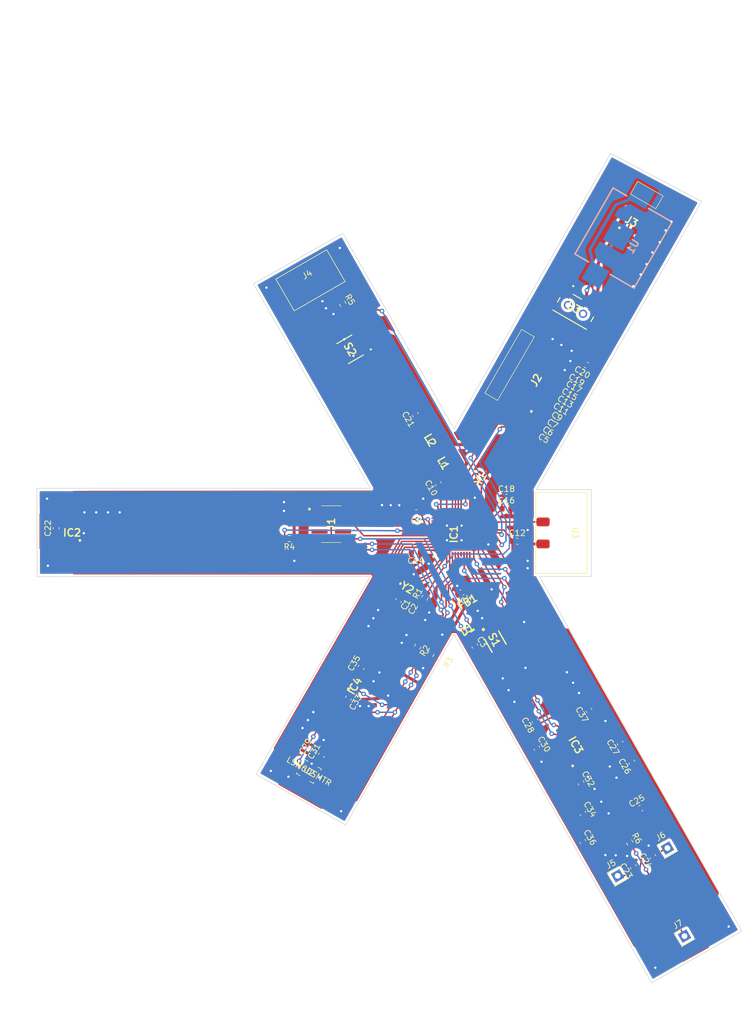
<source format=kicad_pcb>
(kicad_pcb (version 20211014) (generator pcbnew)
  (title_block (title "GDP 13 FPC") (date "2022-11-03") (rev "1.0") (company "University of Southampton"))
  (layers (0 "F.Cu" signal) (31 "B.Cu" signal) (34 "B.Paste" user) (35 "F.Paste" user) (36 "B.SilkS" user "B.Silkscreen") (37 "F.SilkS" user "F.Silkscreen") (38 "B.Mask" user) (39 "F.Mask" user) (44 "Edge.Cuts" user))
  (net 0 "")
  (net 1 "/PC14-OSC32_IN")
  (net 2 "GND")
  (net 3 "/PC15-OSC32_OUT")
  (net 4 "/PB11-NRST")
  (net 5 "Net-(C4-Pad1)")
  (net 6 "VDD")
  (net 7 "Net-(C21-Pad1)")
  (net 8 "/PH3-BOOT0")
  (net 9 "/I2C1_SCL")
  (net 10 "/I2C1_SDA")
  (net 12 "/SPI1_SCK")
  (net 13 "/SPI1_NSS")
  (net 14 "/SPI1_MOSI")
  (net 15 "/SPI1_MISO")
  (net 17 "/RCC_MCO")
  (net 18 "/USART1_TX")
  (net 19 "/COMP1_INP")
  (net 20 "/OSC_OUT")
  (net 21 "/OSC_IN")
  (net 24 "/MODE_B3")
  (net 25 "/MODE_B2")
  (net 26 "/MODE_B1")
  (net 27 "Net-(IC1-Pad33)")
  (net 28 "/USART1_RX")
  (net 29 "/HR_INT2")
  (net 30 "/HR_INT1")
  (net 31 "/SYS_JTMS-SWDIO")
  (net 32 "/SYS_JTCK-SWCLK")
  (net 33 "/TEMP_INT")
  (net 34 "/SYS_JTDO-SWO")
  (net 35 "/HANDPOS_INT2")
  (net 36 "/HANDPOS_INT1")
  (net 37 "/CADENCE_INT2")
  (net 38 "/CADENCE_INT1")
  (net 45 "/VDD_PS")
  (net 46 "Net-(J7-Pad1)")
  (net 47 "Net-(L1-Pad2)")
  (net 48 "/VDD_BAT")
  (net 53 "/RF1")
  (net 54 "/ECG_P")
  (net 55 "/ECGN")
  (net 56 "/NRST")
  (net 57 "/CAPP")
  (net 58 "/CAPN")
  (net 59 "/CPPL")
  (net 60 "/VBG")
  (net 61 "/VCM")
  (net 62 "/VREF")
  (footprint "Capacitor_SMD:C_0603_1608Metric" (layer "F.Cu") (at 200.212452 165.476547 60)
    (fp_text reference "C35")
    (fp_text value "C")
  )
  (footprint "Resistor_SMD:R_0603_1608Metric" (layer "F.Cu") (at 246.682452 195.756547 -60)
    (fp_text reference "R6")
    (fp_text value "R")
  )
  (footprint "Resistor_SMD:R_0603_1608Metric" (layer "F.Cu") (at 197.016452 102.610547 -60)
    (fp_text reference "R5")
    (fp_text value "R")
  )
  (footprint "Capacitor_SMD:C_0603_1608Metric" (layer "F.Cu") (at 225.357452 138.056547)
    (fp_text reference "C16")
    (fp_text value "C")
  )
  (footprint "Capacitor_SMD:C_0603_1608Metric" (layer "F.Cu") (at 238.581224 190.743775 -60)
    (fp_text reference "C34")
    (fp_text value "C")
  )
  (footprint "Gdp_Flexible:LQW18AS10NG0CD" (layer "F.Cu") (at 214.432452 130.176547 120)
    (fp_text reference "L1")
    (fp_text value "LQW18AN10NG00D" hide)
  )
  (footprint "Capacitor_SMD:C_0603_1608Metric" (layer "F.Cu") (at 193.312452 180.706547 60)
    (fp_text reference "C31")
    (fp_text value "C")
  )
  (footprint "Capacitor_SMD:C_0603_1608Metric" (layer "F.Cu") (at 239.202385 113.204969 150)
    (fp_text reference "C20")
    (fp_text value "C")
  )
  (footprint "Resistor_SMD:R_0603_1608Metric" (layer "F.Cu") (at 211.240452 153.410547 60)
    (fp_text reference "R1")
    (fp_text value "R")
  )
  (footprint "Resistor_SMD:R_0603_1608Metric" (layer "F.Cu") (at 212.252452 163.156547 -120)
    (fp_text reference "R3")
    (fp_text value "R")
  )
  (footprint "Capacitor_SMD:C_0603_1608Metric" (layer "F.Cu") (at 230.290452 174.746547 120)
    (fp_text reference "C28")
    (fp_text value "C")
  )
  (footprint "Gdp_Flexible:FTS-105-YY-XX-DV-TR" (layer "F.Cu") (at 195.032452 140.706547 -90)
    (fp_text reference "J1")
    (fp_text value "FTS-105-01-F-DV-TR" hide)
  )
  (footprint "Connector_PinHeader_2.54mm:PinHeader_1x01_P2.54mm_Vertical" (layer "F.Cu") (at 256.172452 211.946547 30)
    (fp_text reference "J7")
    (fp_text value "Conn_01x01")
  )
  (footprint "Capacitor_SMD:C_0603_1608Metric" (layer "F.Cu") (at 147.412452 141.426547 90)
    (fp_text reference "C22")
    (fp_text value "C")
  )
  (footprint "Capacitor_SMD:C_0603_1608Metric" (layer "F.Cu") (at 238.261224 185.473775 -60)
    (fp_text reference "C32")
    (fp_text value "C")
  )
  (footprint "Gdp_Flexible:SODFL1608X70N" (layer "F.Cu") (at 218.606452 158.998547 -150)
    (fp_text reference "D1")
    (fp_text value "BAT54KFILM" hide)
  )
  (footprint "Capacitor_SMD:C_0603_1608Metric" (layer "F.Cu") (at 234.803622 120.844047 150)
    (fp_text reference "C9")
    (fp_text value "C")
  )
  (footprint "Gdp_Flexible:QFN50P500X500X80-29N" (layer "F.Cu") (at 237.342452 178.926547 120)
    (fp_text reference "IC3")
    (fp_text value "MAX30003CTI+" hide)
  )
  (footprint "Gdp_Flexible:LGA-12" (layer "F.Cu") (at 199.354272 168.401028 60)
    (fp_text reference "IC4")
    (fp_text value "LIS2DW12TR" hide)
  )
  (footprint "Gdp_Flexible:BEADC1608X95N" (layer "F.Cu") (at 218.606452 154.172547 30)
    (fp_text reference "FB1")
    (fp_text value "HZ0603C601R-10" hide)
  )
  (footprint "Capacitor_SMD:C_0603_1608Metric" (layer "F.Cu") (at 206.668452 153.918547 -120)
    (fp_text reference "C1")
    (fp_text value "C")
  )
  (footprint "Capacitor_SMD:C_0603_1608Metric" (layer "F.Cu") (at 247.293428 199.953054 120)
    (fp_text reference "C23")
    (fp_text value "C")
  )
  (footprint "Gdp_Flexible:QFN50P700X700X60-49N-D" (layer "F.Cu") (at 216.257452 142.456547 90)
    (fp_text reference "IC1")
    (fp_text value "STM32WB15CCU6" hide)
  )
  (footprint "Gdp_Flexible:FSR07CE" (layer "F.Cu") (at 191.110952 97.996621 30)
    (fp_text reference "J4")
    (fp_text value "FSR07CE")
  )
  (footprint "Capacitor_SMD:C_0603_1608Metric" (layer "F.Cu") (at 209.752452 138.736547 180)
    (fp_text reference "C8")
    (fp_text value "C")
  )
  (footprint "Capacitor_SMD:C_0603_1608Metric" (layer "F.Cu") (at 198.002452 170.806547 -120)
    (fp_text reference "C33")
    (fp_text value "C")
  )
  (footprint "Capacitor_SMD:C_0603_1608Metric" (layer "F.Cu") (at 191.812452 179.886547 60)
    (fp_text reference "C29")
    (fp_text value "C")
  )
  (footprint "Gdp_Flexible:NX2012SA32768KHZEXS00AMU00530" (layer "F.Cu") (at 208.446452 151.886547 -30)
    (fp_text reference "Y2")
    (fp_text value "NX2012SA-32.768KHZ-EXS00A-MU00389" hide)
  )
  (footprint "Capacitor_SMD:C_0603_1608Metric" (layer "F.Cu") (at 207.938452 154.680547 -120)
    (fp_text reference "C2")
    (fp_text value "C")
  )
  (footprint "Capacitor_SMD:C_0603_1608Metric" (layer "F.Cu") (at 236.996393 117.014976 150)
    (fp_text reference "C15")
    (fp_text value "C")
  )
  (footprint "Capacitor_SMD:C_0603_1608Metric" (layer "F.Cu") (at 233.279622 123.384047 150)
    (fp_text reference "C6")
    (fp_text value "C")
  )
  (footprint "Gdp_Flexible:TSM-105-YY-ZZZ-SH" (layer "F.Cu") (at 230.470961 115.819047 60)
    (fp_text reference "J2")
    (fp_text value "TSM-105-01-T-SH" hide)
  )
  (footprint "Gdp_Flexible:CUS-12B" (layer "F.Cu") (at 237.312452 103.586547 -30)
    (fp_text reference "S3")
    (fp_text value "CUS-12TB" hide)
  )
  (footprint "Capacitor_SMD:C_0603_1608Metric" (layer "F.Cu") (at 234.041622 122.114047 150)
    (fp_text reference "C7")
    (fp_text value "C")
  )
  (footprint "Gdp_Flexible:KMR2_1" (layer "F.Cu") (at 223.432452 161.030547 -60)
    (fp_text reference "S1")
    (fp_text value "KMR231GLFS" hide)
  )
  (footprint "Connector_PinHeader_2.54mm:PinHeader_1x01_P2.54mm_Vertical" (layer "F.Cu") (at 253.212452 196.726547 30)
    (fp_text reference "J6")
    (fp_text value "Conn_01x01")
  )
  (footprint "Capacitor_SMD:C_0603_1608Metric" (layer "F.Cu") (at 238.463182 114.476303 150)
    (fp_text reference "C19")
    (fp_text value "C")
  )
  (footprint "Gdp_Flexible:INDC2112X140N" (layer "F.Cu") (at 212.132453 126.19283 120)
    (fp_text reference "L2")
    (fp_text value "74479777310A" hide)
  )
  (footprint "Gdp_Flexible:Antenna_Flexible_BLE" (layer "F.Cu") (at 236.767452 142.234547 -90)
    (fp_text reference "U3")
    (fp_text value "Antenna_Flexible_BLE")
  )
  (footprint "Capacitor_SMD:C_0603_1608Metric" (layer "F.Cu") (at 250.692452 198.206547 120)
    (fp_text reference "C24")
    (fp_text value "C")
  )
  (footprint "Resistor_SMD:R_0603_1608Metric" (layer "F.Cu") (at 209.991674 161.890057 -120)
    (fp_text reference "R2")
    (fp_text value "R")
  )
  (footprint "Capacitor_SMD:C_0603_1608Metric" (layer "F.Cu") (at 209.672452 145.616547 180)
    (fp_text reference "C14")
    (fp_text value "C")
  )
  (footprint "Capacitor_SMD:C_0603_1608Metric" (layer "F.Cu") (at 238.571224 195.603775 -60)
    (fp_text reference "C36")
    (fp_text value "C")
  )
  (footprint "Capacitor_SMD:C_0603_1608Metric" (layer "F.Cu") (at 248.622452 189.816547 30)
    (fp_text reference "C25")
    (fp_text value "C")
  )
  (footprint "Capacitor_SMD:C_0603_1608Metric" (layer "F.Cu") (at 227.222452 143.676547)
    (fp_text reference "C12")
    (fp_text value "C")
  )
  (footprint "Connector_PinHeader_2.54mm:PinHeader_1x01_P2.54mm_Vertical" (layer "F.Cu") (at 244.592452 201.526547 30)
    (fp_text reference "J5")
    (fp_text value "Conn_01x01")
  )
  (footprint "Capacitor_SMD:C_0603_1608Metric" (layer "F.Cu") (at 235.535413 119.561054 150)
    (fp_text reference "C11")
    (fp_text value "C")
  )
  (footprint "Capacitor_SMD:C_0603_1608Metric" (layer "F.Cu") (at 247.054452 181.858547 120)
    (fp_text reference "C26")
    (fp_text value "C")
  )
  (footprint "Capacitor_SMD:C_0603_1608Metric" (layer "F.Cu") (at 230.622452 179.476547 -60)
    (fp_text reference "C30")
    (fp_text value "C")
  )
  (footprint "Capacitor_SMD:C_0603_1608Metric" (layer "F.Cu") (at 219.876452 161.792547 -60)
    (fp_text reference "C3")
    (fp_text value "C")
  )
  (footprint "Capacitor_SMD:C_0603_1608Metric" (layer "F.Cu") (at 213.544952 133.725377 120)
    (fp_text reference "C10")
    (fp_text value "C")
  )
  (footprint "Gdp_Flexible:TSM-102-YY-ZZZ-SH" (layer "F.Cu") (at 246.999952 88.370056 -30)
    (fp_text reference "J3")
    (fp_text value "TSM-102-01-L-SH" hide)
  )
  (footprint "Gdp_Flexible:SON65P200X200X80-7N" (layer "F.Cu") (at 150.172452 142.201547 180)
    (fp_text reference "IC2")
    (fp_text value "TMP117MAIDRVR" hide)
  )
  (footprint "Gdp_Flexible:NX2016SA32MHZEXS00ACS06654" (layer "F.Cu") (at 220.892452 132.836547 -120)
    (fp_text reference "Y1")
    (fp_text value "NX2016SA-32MHZ-EXS00A-CS06654" hide)
  )
  (footprint "Gdp_Flexible:LSM6DSMTR" (layer "F.Cu") (at 191.172978 183.472021 150)
    (fp_text reference "U2")
    (fp_text value "LSM6DSMTR")
  )
  (footprint "Capacitor_SMD:C_0603_1608Metric" (layer "F.Cu") (at 232.517622 124.654047 150)
    (fp_text reference "C5")
    (fp_text value "C")
  )
  (footprint "Capacitor_SMD:C_0603_1608Metric" (layer "F.Cu") (at 236.262998 118.293715 150)
    (fp_text reference "C13")
    (fp_text value "C")
  )
  (footprint "Capacitor_SMD:C_0603_1608Metric" (layer "F.Cu") (at 225.357452 136.056547)
    (fp_text reference "C18")
    (fp_text value "C")
  )
  (footprint "Gdp_Flexible:CVS03TB" (layer "F.Cu") (at 198.286452 110.484547 120)
    (fp_text reference "S2")
    (fp_text value "CVS-03TB" hide)
  )
  (footprint "Capacitor_SMD:C_0603_1608Metric" (layer "F.Cu") (at 245.022452 178.556547 120)
    (fp_text reference "C27")
    (fp_text value "C")
  )
  (footprint "Capacitor_SMD:C_0603_1608Metric" (layer "F.Cu") (at 209.592452 121.776547 120)
    (fp_text reference "C21")
    (fp_text value "C")
  )
  (footprint "Capacitor_SMD:C_0603_1608Metric" (layer "F.Cu") (at 237.735597 115.743642 150)
    (fp_text reference "C17")
    (fp_text value "C")
  )
  (footprint "Resistor_SMD:R_0603_1608Metric" (layer "F.Cu") (at 187.782452 143.216547 180)
    (fp_text reference "R4")
    (fp_text value "R")
  )
  (footprint "Capacitor_SMD:C_0603_1608Metric" (layer "F.Cu") (at 239.642452 172.916547 120)
    (fp_text reference "C37")
    (fp_text value "C")
  )
  (footprint "Capacitor_SMD:C_0603_1608Metric" (layer "F.Cu") (at 217.656453 152.527099 -150)
    (fp_text reference "C4")
    (fp_text value "C")
  )
  (footprint "Gdp_Flexible:S8201-46R" (layer "B.Cu") (at 244.746427 90.736547 60)
    (fp_text reference "U1")
    (fp_text value "S8201-46R" hide)
  )
  (gr_line (start 197.532452 192.756547) (end 182.042452 183.996547) (layer "Edge.Cuts") (width 0.1))
  (gr_line (start 201.782452 149.756547) (end 165.532452 149.756547) (layer "Edge.Cuts") (width 0.1))
  (gr_line (start 144.062452 134.516547) (end 144.132452 149.806547) (layer "Edge.Cuts") (width 0.1))
  (gr_line (start 255.532452 91.256547) (end 230.532452 134.756547) (layer "Edge.Cuts") (width 0.1))
  (gr_line (start 181.552452 99.146547) (end 197.016452 90.418547) (layer "Edge.Cuts") (width 0.1))
  (gr_line (start 240.032452 149.756547) (end 231.032452 149.756547) (layer "Edge.Cuts") (width 0.1))
  (gr_line (start 165.532452 134.506547) (end 144.062452 134.516547) (layer "Edge.Cuts") (width 0.1))
  (gr_line (start 266.104452 211.068547) (end 260.295763 201.080102) (layer "Edge.Cuts") (width 0.1))
  (gr_line (start 216.282452 124.256547) (end 235.032452 91.256547) (layer "Edge.Cuts") (width 0.1))
  (gr_line (start 244.470192 209.430566) (end 250.486406 220.047153) (layer "Edge.Cuts") (width 0.1))
  (gr_line (start 144.132452 149.806547) (end 165.532452 149.756547) (layer "Edge.Cuts") (width 0.1))
  (gr_line (start 182.042452 183.996547) (end 201.782452 149.756547) (layer "Edge.Cuts") (width 0.1))
  (gr_line (start 235.032452 192.756547) (end 216.282452 159.756547) (layer "Edge.Cuts") (width 0.1))
  (gr_line (start 259.132452 84.916547) (end 255.532452 91.236547) (layer "Edge.Cuts") (width 0.1))
  (gr_line (start 235.032452 91.256547) (end 243.382452 76.596547) (layer "Edge.Cuts") (width 0.1))
  (gr_line (start 235.032452 192.756547) (end 244.470192 209.430566) (layer "Edge.Cuts") (width 0.1))
  (gr_line (start 240.032452 134.756547) (end 240.032452 149.756547) (layer "Edge.Cuts") (width 0.1))
  (gr_line (start 250.486406 220.047153) (end 266.104452 211.068547) (layer "Edge.Cuts") (width 0.1))
  (gr_line (start 201.782452 134.506547) (end 181.552452 99.146547) (layer "Edge.Cuts") (width 0.1))
  (gr_line (start 216.282452 159.756547) (end 197.532452 192.756547) (layer "Edge.Cuts") (width 0.1))
  (gr_line (start 240.032452 134.756547) (end 230.532452 134.756547) (layer "Edge.Cuts") (width 0.1))
  (gr_line (start 165.532452 134.506547) (end 201.782452 134.506547) (layer "Edge.Cuts") (width 0.1))
  (gr_line (start 260.295763 201.080102) (end 251.082452 184.956547) (layer "Edge.Cuts") (width 0.1))
  (gr_line (start 243.382452 76.596547) (end 259.132452 84.916547) (layer "Edge.Cuts") (width 0.1))
  (gr_line (start 231.032452 149.756547) (end 251.082452 184.956547) (layer "Edge.Cuts") (width 0.1))
  (gr_line (start 197.016452 90.418547) (end 216.282452 124.256547) (layer "Edge.Cuts") (width 0.1))
  (segment (start 208.679833 150.140495) (end 207.796933 151.511547) (width 0.254) (layer "F.Cu") (net 1))
  (segment (start 209.595229 150.621078) (end 208.679833 150.140495) (width 0.254) (layer "F.Cu") (net 1))
  (segment (start 207.796933 151.511547) (end 206.781989 153.162643) (width 0.254) (layer "F.Cu") (net 1))
  (segment (start 212.043914 149.202214) (end 209.595229 150.621078) (width 0.254) (layer "F.Cu") (net 1))
  (segment (start 214.012017 146.661989) (end 212.043914 149.202214) (width 0.254) (layer "F.Cu") (net 1))
  (segment (start 214.007452 145.906547) (end 214.012017 146.661989) (width 0.254) (layer "F.Cu") (net 1))
  (segment (start 191.218116 182.393841) (end 191.638096 182.138734) (width 0.254) (layer "F.Cu") (net 2))
  (segment (start 239.127612 177.318534) (end 240.781224 176.353775) (width 0.254) (layer "F.Cu") (net 2))
  (segment (start 235.481224 188.123775) (end 237.291631 188.108776) (width 0.254) (layer "F.Cu") (net 2))
  (segment (start 192.612188 184.114994) (end 192.878728 184.262441) (width 0.127) (layer "F.Cu") (net 2))
  (segment (start 231.941224 183.823775) (end 236.981224 192.743775) (width 0.254) (layer "F.Cu") (net 2))
  (segment (start 233.091224 183.863775) (end 235.481224 188.123775) (width 0.254) (layer "F.Cu") (net 2))
  (segment (start 233.626459 102.670874) (end 234.676459 100.85222) (width 0.508) (layer "F.Cu") (net 2))
  (segment (start 200.403791 168.083208) (end 201.322452 166.506547) (width 0.254) (layer "F.Cu") (net 2))
  (segment (start 235.057292 179.668534) (end 234.221224 180.103775) (width 0.254) (layer "F.Cu") (net 2))
  (segment (start 192.294591 184.194445) (end 193.009162 184.545994) (width 0.127) (layer "F.Cu") (net 2))
  (segment (start 192.346129 183.860665) (end 192.444452 184.144547) (width 0.127) (layer "F.Cu") (net 2))
  (segment (start 149.122452 141.551547) (end 149.114168 140.428457) (width 0.508) (layer "F.Cu") (net 2))
  (segment (start 220.100289 133.158614) (end 219.859924 133.595605) (width 0.508) (layer "F.Cu") (net 2))
  (segment (start 191.638096 182.138734) (end 191.580597 182.593578) (width 0.254) (layer "F.Cu") (net 2))
  (segment (start 192.096129 184.293677) (end 192.691583 184.455257) (width 0.127) (layer "F.Cu") (net 2))
  (segment (start 234.221224 180.103775) (end 231.941224 183.823775) (width 0.254) (layer "F.Cu") (net 2))
  (segment (start 192.346129 183.860665) (end 192.377284 184.041463) (width 0.127) (layer "F.Cu") (net 2))
  (segment (start 231.687452 144.139547) (end 229.937989 144.142017) (width 0.508) (layer "F.Cu") (net 2))
  (segment (start 192.444452 184.144547) (end 192.799333 184.319152) (width 0.127) (layer "F.Cu") (net 2))
  (segment (start 238.517452 180.961707) (end 238.950465 180.711707) (width 0.254) (layer "F.Cu") (net 2))
  (segment (start 192.377284 184.041463) (end 192.294591 184.194445) (width 0.127) (layer "F.Cu") (net 2))
  (segment (start 239.948445 106.320874) (end 240.998445 104.50222) (width 0.508) (layer "F.Cu") (net 2))
  (segment (start 192.346129 183.860665) (end 192.439304 183.913289) (width 0.127) (layer "F.Cu") (net 2))
  (segment (start 151.222452 142.201547) (end 152.121922 142.192263) (width 0.508) (layer "F.Cu") (net 2))
  (segment (start 200.403791 168.083208) (end 200.062752 167.882255) (width 0.254) (layer "F.Cu") (net 2))
  (segment (start 200.403791 168.083208) (end 200.205048 168.406504) (width 0.254) (layer "F.Cu") (net 2))
  (segment (start 240.127612 179.050585) (end 240.543471 179.806719) (width 0.254) (layer "F.Cu") (net 2))
  (segment (start 235.557292 180.53456) (end 234.991224 180.853775) (width 0.254) (layer "F.Cu") (net 2))
  (segment (start 192.346129 183.860665) (end 192.096129 184.293677) (width 0.127) (layer "F.Cu") (net 2))
  (segment (start 201.322452 166.506547) (end 200.599952 164.805377) (width 0.254) (layer "F.Cu") (net 2))
  (segment (start 219.859924 133.595605) (end 219.876452 136.138547) (width 0.508) (layer "F.Cu") (net 2))
  (segment (start 192.142452 183.966547) (end 192.083725 184.070406) (width 0.127) (layer "F.Cu") (net 2))
  (segment (start 236.981224 192.743775) (end 237.79995 192.733242) (width 0.254) (layer "F.Cu") (net 2))
  (segment (start 219.707452 140.706547) (end 218.509856 140.704892) (width 0.254) (layer "F.Cu") (net 2))
  (segment (start 192.096129 184.293677) (end 192.918425 184.733139) (width 0.127) (layer "F.Cu") (net 2))
  (segment (start 192.346129 183.860665) (end 193.184965 184.324823) (width 0.127) (layer "F.Cu") (net 2))
  (segment (start 192.346129 183.860665) (end 192.142452 183.966547) (width 0.127) (layer "F.Cu") (net 2))
  (segment (start 238.517452 180.961707) (end 237.218414 181.711707) (width 0.254) (layer "F.Cu") (net 2))
  (segment (start 192.346129 183.860665) (end 192.612188 184.114994) (width 0.127) (layer "F.Cu") (net 2))
  (segment (start 236.057292 181.400585) (end 236.181224 181.613775) (width 0.254) (layer "F.Cu") (net 2))
  (segment (start 234.991224 180.853775) (end 233.091224 183.863775) (width 0.254) (layer "F.Cu") (net 2))
  (segment (start 215.507452 139.006547) (end 215.511927 140.118705) (width 0.254) (layer "F.Cu") (net 2))
  (segment (start 231.846452 124.266547) (end 238.531215 112.817469) (width 0.508) (layer "F.Cu") (net 2))
  (segment (start 192.799333 184.319152) (end 193.054531 184.460928) (width 0.127) (layer "F.Cu") (net 2))
  (segment (start 209.305958 149.376847) (end 211.903204 147.55831) (width 0.508) (layer "F.Cu") (net 2))
  (via (at 243.044288 190.732352) (size 0.8) (drill 0.4) (layers "F.Cu" "B.Cu") (net 2))
  (via (at 218.457642 128.034043) (size 0.8) (drill 0.4) (layers "F.Cu" "B.Cu") (net 2))
  (via (at 193.500583 102.167941) (size 0.8) (drill 0.4) (layers "F.Cu" "B.Cu") (net 2))
  (via (at 220.384452 155.696547) (size 0.8) (drill 0.4) (layers "F.Cu" "B.Cu") (net 2))
  (via (at 203.366452 166.364547) (size 0.8) (drill 0.4) (layers "F.Cu" "B.Cu") (net 2))
  (via (at 251.118452 217.418547) (size 0.8) (drill 0.4) (layers "F.Cu" "B.Cu") (net 2))
  (via (at 236.894452 168.142547) (size 0.8) (drill 0.4) (layers "F.Cu" "B.Cu") (net 2))
  (via (at 186.856452 136.900547) (size 0.8) (drill 0.4) (layers "F.Cu" "B.Cu") (net 2))
  (via (at 210.927652 165.608813) (size 0.8) (drill 0.4) (layers "F.Cu" "B.Cu") (net 2))
  (via (at 248.578452 97.530547) (size 0.8) (drill 0.4) (layers "F.Cu" "B.Cu") (net 2))
  (via (at 244.265046 197.977406) (size 0.8) (drill 0.4) (layers "F.Cu" "B.Cu") (net 2))
  (via (at 196.735887 190.351798) (size 0.8) (drill 0.4) (layers "F.Cu" "B.Cu") (net 2))
  (via (at 253.912452 88.386547) (size 0.8) (drill 0.4) (layers "F.Cu" "B.Cu") (net 2))
  (via (at 183.808452 99.816547) (size 0.8) (drill 0.4) (layers "F.Cu" "B.Cu") (net 2))
  (via (at 224.702452 167.380547) (size 0.8) (drill 0.4) (layers "F.Cu" "B.Cu") (net 2))
  (via (at 145.978967 147.911245) (size 0.8) (drill 0.4) (layers "F.Cu" "B.Cu") (net 2))
  (via (at 228.41397 157.631131) (size 0.8) (drill 0.4) (layers "F.Cu" "B.Cu") (net 2))
  (via (at 211.991224 155.993775) (size 0.8) (drill 0.4) (layers "F.Cu" "B.Cu") (net 2))
  (via (at 201.471224 158.343775) (size 0.8) (drill 0.4) (layers "F.Cu" "B.Cu") (net 2))
  (via (at 249.594452 95.752547) (size 0.8) (drill 0.4) (layers "F.Cu" "B.Cu") (net 2))
  (via (at 145.851214 136.311278) (size 0.8) (drill 0.4) (layers "F.Cu" "B.Cu") (net 2))
  (via (at 226.734452 171.444547) (size 0.8) (drill 0.4) (layers "F.Cu" "B.Cu") (net 2))
  (via (at 204.873658 170.364448) (size 0.8) (drill 0.4) (layers "F.Cu" "B.Cu") (net 2))
  (via (at 156.376452 138.678547) (size 0.8) (drill 0.4) (layers "F.Cu" "B.Cu") (net 2))
  (via (at 193.009162 184.545994) (size 0.8) (drill 0.4) (layers "F.Cu" "B.Cu") (net 2))
  (via (at 191.919196 173.208721) (size 0.8) (drill 0.4) (layers "F.Cu" "B.Cu") (net 2))
  (via (at 229.020452 147.060547) (size 0.8) (drill 0.4) (layers "F.Cu" "B.Cu") (net 2))
  (via (at 217.590452 140.964547) (size 0.8) (drill 0.4) (layers "F.Cu" "B.Cu") (net 2))
  (via (at 252.896452 89.910547) (size 0.8) (drill 0.4) (layers "F.Cu" "B.Cu") (net 2))
  (via (at 210.946471 136.310987) (size 0.8) (drill 0.4) (layers "F.Cu" "B.Cu") (net 2))
  (via (at 235.43972 114.072026) (size 0.8) (drill 0.4) (layers "F.Cu" "B.Cu") (net 2))
  (via (at 228.642517 165.564967) (size 0.8) (drill 0.4) (layers "F.Cu" "B.Cu") (net 2))
  (via (at 240.606721 186.494311) (size 0.8) (drill 0.4) (layers "F.Cu" "B.Cu") (net 2))
  (via (at 187.618452 184.398547) (size 0.8) (drill 0.4) (layers "F.Cu" "B.Cu") (net 2))
  (via (at 191.638096 182.138734) (size 0.8) (drill 0.4) (layers "F.Cu" "B.Cu") (net 2))
  (via (at 263.818452 210.306547) (size 0.8) (drill 0.4) (layers "F.Cu" "B.Cu") (net 2))
  (via (at 203.141224 155.573775) (size 0.8) (drill 0.4) (layers "F.Cu" "B.Cu") (net 2))
  (via (at 208.043292 159.880932) (size 0.8) (drill 0.4) (layers "F.Cu" "B.Cu") (net 2))
  (via (at 197.266699 108.745014) (size 0.8) (drill 0.4) (layers "F.Cu" "B.Cu") (net 2))
  (via (at 246.243768 198.091017) (size 0.8) (drill 0.4) (layers "F.Cu" "B.Cu") (net 2))
  (via (at 194.126356 103.379114) (size 0.8) (drill 0.4) (layers "F.Cu" "B.Cu") (net 2))
  (via (at 198.880241 111.595507) (size 0.8) (drill 0.4) (layers "F.Cu" "B.Cu") (net 2))
  (via (at 236.640452 110.738547) (size 0.8) (drill 0.4) (layers "F.Cu" "B.Cu") (net 2))
  (via (at 233.338452 108.706547) (size 0.8) (drill 0.4) (layers "F.Cu" "B.Cu") (net 2))
  (via (at 207.22639 161.231962) (size 0.8) (drill 0.4) (layers "F.Cu" "B.Cu") (net 2))
  (via (at 251.880452 91.942547) (size 0.8) (drill 0.4) (layers "F.Cu" "B.Cu") (net 2))
  (via (at 205.321224 137.443775) (size 0.8) (drill 0.4) (layers "F.Cu" "B.Cu") (net 2))
  (via (at 244.401569 184.555337) (size 0.8) (drill 0.4) (layers "F.Cu" "B.Cu") (net 2))
  (via (at 249.963485 196.311012) (size 0.8) (drill 0.4) (layers "F.Cu" "B.Cu") (net 2))
  (via (at 209.305958 149.376847) (size 0.8) (drill 0.4) (layers "F.Cu" "B.Cu") (net 2))
  (via (at 190.985934 174.591949) (size 0.8) (drill 0.4) (layers "F.Cu" "B.Cu") (net 2))
  (via (at 229.020452 141.726547) (size 0.8) (drill 0.4) (layers "F.Cu" "B.Cu") (net 2))
  (via (at 222.221344 144.23284) (size 0.8) (drill 0.4) (layers "F.Cu" "B.Cu") (net 2))
  (via (at 195.418274 104.388426) (size 0.8) (drill 0.4) (layers "F.Cu" "B.Cu") (net 2))
  (via (at 202.311224 156.983775) (size 0.8) (drill 0.4) (layers "F.Cu" "B.Cu") (net 2))
  (via (at 211.903204 147.55831) (size 0.8) (drill 0.4) (layers "F.Cu" "B.Cu") (net 2))
  (via (at 198.011029 110.221268) (size 0.8) (drill 0.4) (layers "F.Cu" "B.Cu") (net 2))
  (via (at 235.814687 166.328988) (size 0.8) (drill 0.4) (layers "F.Cu" "B.Cu") (net 2))
  (via (at 200.004485 172.174659) (size 0.8) (drill 0.4) (layers "F.Cu" "B.Cu") (net 2))
  (via (at 242.482452 174.746547) (size 0.8) (drill 0.4) (layers "F.Cu" "B.Cu") (net 2))
  (via (at 186.856452 138.424547) (size 0.8) (drill 0.4) (layers "F.Cu" "B.Cu") (net 2))
  (via (at 158.408452 138.678547) (size 0.8) (drill 0.4) (layers "F.Cu" "B.Cu") (net 2))
  (via (at 217.590452 143.504547) (size 0.8) (drill 0.4) (layers "F.Cu" "B.Cu") (net 2))
  (via (at 231.42797 181.800423) (size 0.8) (drill 0.4) (layers "F.Cu" "B.Cu") (net 2))
  (via (at 188.634452 147.060547) (size 0.8) (drill 0.4) (layers "F.Cu" "B.Cu") (net 2))
  (via (at 215.050452 143.504547) (size 0.8) (drill 0.4) (layers "F.Cu" "B.Cu") (net 2))
  (via (at 236.41042 112.505669) (size 0.8) (drill 0.4) (layers "F.Cu" "B.Cu") (net 2))
  (via (at 225.718452 169.412547) (size 0.8) (drill 0.4) (layers "F.Cu" "B.Cu") (net 2))
  (via (at 221.146452 156.966547) (size 0.8) (drill 0.4) (layers "F.Cu" "B.Cu") (net 2))
  (via (at 190.052671 175.975178) (size 0.8) (drill 0.4) (layers "F.Cu" "B.Cu") (net 2))
  (via (at 241.770105 188.71028) (size 0.8) (drill 0.4) (layers "F.Cu" "B.Cu") (net 2))
  (via (at 152.312452 138.678547) (size 0.8) (drill 0.4) (layers "F.Cu" "B.Cu") (net 2))
  (via (at 203.811224 137.413775) (size 0.8) (drill 0.4) (layers "F.Cu" "B.Cu") (net 2))
  (via (at 206.801224 137.443775) (size 0.8) (drill 0.4) (layers "F.Cu" "B.Cu") (net 2))
  (via (at 247.308452 99.562547) (size 0.8) (drill 0.4) (layers "F.Cu" "B.Cu") (net 2))
  (via (at 201.505635 172.187827) (size 0.8) (drill 0.4) (layers "F.Cu" "B.Cu") (net 2))
  (via (at 250.610452 93.720547) (size 0.8) (drill 0.4) (layers "F.Cu" "B.Cu") (net 2))
  (via (at 242.475674 197.939536) (size 0.8) (drill 0.4) (layers "F.Cu" "B.Cu") (net 2))
  (via (at 211.301224 157.283775) (size 0.8) (drill 0.4) (layers "F.Cu" "B.Cu") (net 2))
  (via (at 237.910452 169.920547) (size 0.8) (drill 0.4) (layers "F.Cu" "B.Cu") (net 2))
  (via (at 215.050452 140.964547) (size 0.8) (drill 0.4) (layers "F.Cu" "B.Cu") (net 2))
  (via (at 222.789814 151.996945) (size 0.8) (drill 0.4) (layers "F.Cu" "B.Cu") (net 2))
  (via (at 239.434452 184.398547) (size 0.8) (drill 0.4) (layers "F.Cu" "B.Cu") (net 2))
  (via (at 219.876452 136.138547) (size 0.8) (drill 0.4) (layers "F.Cu" "B.Cu") (net 2))
  (via (at 193.714452 178.048547) (size 0.8) (drill 0.4) (layers "F.Cu" "B.Cu") (net 2))
  (via (at 234.862452 109.722547) (size 0.8) (drill 0.4) (layers "F.Cu" "B.Cu") (net 2))
  (via (at 154.344452 138.678547) (size 0.8) (drill 0.4) (layers "F.Cu" "B.Cu") (net 2))
  (via (at 202.350452 167.888547) (size 0.8) (drill 0.4) (layers "F.Cu" "B.Cu") (net 2))
  (via (at 184.570452 183.382547) (size 0.8) (drill 0.4) (layers "F.Cu" "B.Cu") (net 2))
  (via (at 152.200898 142.284568) (size 0.8) (drill 0.4) (layers "F.Cu" "B.Cu") (net 2))
  (via (at 214.244074 159.818649) (size 0.8) (drill 0.4) (layers "F.Cu" "B.Cu") (net 2))
  (via (at 229.020452 148.330547) (size 0.8) (drill 0.4) (layers "F.Cu" "B.Cu") (net 2))
  (via (at 243.244452 182.620547) (size 0.8) (drill 0.4) (layers "F.Cu" "B.Cu") (net 2))
  (via (at 196.508452 92.958547) (size 0.8) (drill 0.4) (layers "F.Cu" "B.Cu") (net 2))
  (via (at 216.828452 151.378547) (size 0.8) (drill 0.4) (layers "F.Cu" "B.Cu") (net 2))
  (segment (start 209.095971 152.261547) (end 208.078151 153.962743) (width 0.254) (layer "F.Cu") (net 3))
  (segment (start 214.515485 146.822184) (end 212.432958 149.568373) (width 0.254) (layer "F.Cu") (net 3))
  (segment (start 209.892733 151.033007) (end 209.095971 152.261547) (width 0.254) (layer "F.Cu") (net 3))
  (segment (start 212.432958 149.568373) (end 209.892733 151.033007) (width 0.254) (layer "F.Cu") (net 3))
  (segment (start 214.507452 145.906547) (end 214.515485 146.822184) (width 0.254) (layer "F.Cu") (net 3))
  (segment (start 217.462452 158.356547) (end 217.978584 159.361047) (width 0.25) (layer "F.Cu") (net 4))
  (segment (start 217.978584 159.361047) (end 218.780493 160.763962) (width 0.25) (layer "F.Cu") (net 4))
  (segment (start 216.505184 150.337718) (end 216.507452 145.906547) (width 0.25) (layer "F.Cu") (net 4))
  (segment (start 215.356337 154.167208) (end 215.297422 151.486565) (width 0.25) (layer "F.Cu") (net 4))
  (segment (start 215.297422 151.486565) (end 216.505184 150.337718) (width 0.25) (layer "F.Cu") (net 4))
  (segment (start 215.356337 154.167208) (end 215.692452 154.826547) (width 0.25) (layer "F.Cu") (net 4))
  (segment (start 218.780493 160.763962) (end 219.488952 161.121377) (width 0.25) (layer "F.Cu") (net 4))
  (via (at 217.462452 158.356547) (size 0.8) (drill 0.4) (layers "F.Cu" "B.Cu") (net 4))
  (via (at 215.692452 154.826547) (size 0.8) (drill 0.4) (layers "F.Cu" "B.Cu") (net 4))
  (segment (start 215.692452 154.826547) (end 217.462452 158.356547) (width 0.25) (layer "B.Cu") (net 4))
  (segment (start 218.327623 152.139599) (end 219.255971 153.797547) (width 0.25) (layer "F.Cu") (net 5))
  (segment (start 217.028119 149.464716) (end 218.327623 152.139599) (width 0.25) (layer "F.Cu") (net 5))
  (segment (start 217.007452 145.906547) (end 217.028119 149.464716) (width 0.25) (layer "F.Cu") (net 5))
  (segment (start 188.607452 143.216547) (end 188.612549 135.217937) (width 0.508) (layer "F.Cu") (net 6))
  (segment (start 228.469153 179.869846) (end 230.372275 178.860685) (width 0.508) (layer "F.Cu") (net 6))
  (segment (start 192.412452 105.416547) (end 188.911247 99.266621) (width 0.508) (layer "F.Cu") (net 6))
  (segment (start 186.294382 177.838477) (end 191.424952 180.557717) (width 0.508) (layer "F.Cu") (net 6))
  (segment (start 238.877612 176.885522) (end 239.802452 176.356547) (width 0.254) (layer "F.Cu") (net 6))
  (segment (start 213.262452 134.476547) (end 213.932452 134.396547) (width 0.508) (layer "F.Cu") (net 6))
  (segment (start 186.294382 177.838477) (end 185.362452 179.456547) (width 0.508) (layer "F.Cu") (net 6))
  (segment (start 205.952452 134.456547) (end 204.992452 135.156547) (width 0.508) (layer "F.Cu") (net 6))
  (segment (start 233.188792 125.041547) (end 227.652452 134.336547) (width 0.508) (layer "F.Cu") (net 6))
  (segment (start 232.771135 105.167864) (end 239.982452 109.526547) (width 0.508) (layer "F.Cu") (net 6))
  (segment (start 240.376775 166.946224) (end 240.412227 173.38891) (width 0.508) (layer "F.Cu") (net 6))
  (segment (start 199.142452 165.036547) (end 199.539945 166.216483) (width 0.508) (layer "F.Cu") (net 6))
  (segment (start 205.952452 134.456547) (end 207.917829 134.461924) (width 0.508) (layer "F.Cu") (net 6))
  (segment (start 216.812898 159.292003) (end 225.621783 174.847216) (width 0.508) (layer "F.Cu") (net 6))
  (segment (start 235.891224 159.023775) (end 240.376775 166.946224) (width 0.508) (layer "F.Cu") (net 6))
  (segment (start 255.842452 216.166547) (end 260.132452 213.776547) (width 0.508) (layer "F.Cu") (net 6))
  (segment (start 212.807452 141.206547) (end 211.452452 141.226547) (width 0.254) (layer "F.Cu") (net 6))
  (segment (start 235.822452 97.766547) (end 234.432452 97.896547) (width 0.508) (layer "F.Cu") (net 6))
  (segment (start 227.082452 177.426547) (end 230.734805 175.455441) (width 0.508) (layer "F.Cu") (net 6))
  (segment (start 236.682452 98.296547) (end 235.822452 97.766547) (width 0.508) (layer "F.Cu") (net 6))
  (segment (start 144.782452 139.046547) (end 144.782452 142.196547) (width 0.508) (layer "F.Cu") (net 6))
  (segment (start 210.441971 147.165457) (end 210.447452 145.616547) (width 0.508) (layer "F.Cu") (net 6))
  (segment (start 200.012452 171.036547) (end 198.389952 170.135377) (width 0.508) (layer "F.Cu") (net 6))
  (segment (start 236.782452 100.016547) (end 236.682452 98.296547) (width 0.508) (layer "F.Cu") (net 6))
  (segment (start 212.664952 162.442076) (end 213.683698 163.027793) (width 0.508) (layer "F.Cu") (net 6))
  (segment (start 227.652452 134.336547) (end 225.652452 134.336547) (width 0.508) (layer "F.Cu") (net 6))
  (segment (start 208.359444 148.584322) (end 210.441971 147.165457) (width 0.508) (layer "F.Cu") (net 6))
  (segment (start 185.362452 179.456547) (end 186.122452 185.596547) (width 0.508) (layer "F.Cu") (net 6))
  (segment (start 210.603189 168.467284) (end 207.098166 166.460833) (width 0.508) (layer "F.Cu") (net 6))
  (segment (start 219.707452 141.706547) (end 224.912452 141.726547) (width 0.254) (layer "F.Cu") (net 6))
  (segment (start 198.608271 169.120961) (end 198.287045 169.662532) (width 0.127) (layer "F.Cu") (net 6))
  (segment (start 199.322452 188.386547) (end 210.603189 168.467284) (width 0.508) (layer "F.Cu") (net 6))
  (segment (start 201.902452 163.486547) (end 200.022452 163.506547) (width 0.508) (layer "F.Cu") (net 6))
  (segment (start 236.238895 100.946003) (end 236.782452 100.016547) (width 0.508) (layer "F.Cu") (net 6))
  (segment (start 216.522452 126.946547) (end 205.852452 108.276547) (width 0.508) (layer "F.Cu") (net 6))
  (segment (start 213.683698 163.027793) (end 214.041645 162.39574) (width 0.508) (layer "F.Cu") (net 6))
  (segment (start 199.824952 166.147717) (end 199.104753 167.333208) (width 0.254) (layer "F.Cu") (net 6))
  (segment (start 234.432452 97.896547) (end 231.452452 103.076547) (width 0.508) (layer "F.Cu") (net 6))
  (segment (start 225.882452 117.086547) (end 226.432452 119.266547) (width 0.508) (layer "F.Cu") (net 6))
  (segment (start 198.658711 169.174056) (end 198.403854 169.643949) (width 0.127) (layer "F.Cu") (net 6))
  (segment (start 191.424952 180.557717) (end 190.529844 182.072375) (width 0.25) (layer "F.Cu") (net 6))
  (segment (start 213.507452 145.906547) (end 212.807452 145.206547) (width 0.25) (layer "F.Cu") (net 6))
  (segment (start 226.480452 147.822547) (end 233.061224 158.693775) (width 0.508) (layer "F.Cu") (net 6))
  (segment (start 226.712452 122.286547) (end 222.952452 122.096547) (width 0.508) (layer "F.Cu") (net 6))
  (segment (start 231.842452 104.606547) (end 232.771135 105.167864) (width 0.508) (layer "F.Cu") (net 6))
  (segment (start 211.452452 141.226547) (end 210.527452 138.736547) (width 0.254) (layer "F.Cu") (net 6))
  (segment (start 202.462452 149.766547) (end 186.294382 177.838477) (width 0.508) (layer "F.Cu") (net 6))
  (segment (start 227.708821 178.530178) (end 228.469153 179.869846) (width 0.508) (layer "F.Cu") (net 6))
  (segment (start 206.528651 151.60513) (end 208.359444 148.584322) (width 0.508) (layer "F.Cu") (net 6))
  (segment (start 199.104753 167.333208) (end 199.351893 167.479647) (width 0.254) (layer "F.Cu") (net 6))
  (segment (start 144.782452 142.196547) (end 147.412452 142.201547) (width 0.508) (layer "F.Cu") (net 6))
  (segment (start 202.082452 149.186547) (end 202.462452 149.766547) (width 0.508) (layer "F.Cu") (net 6))
  (segment (start 219.707452 140.206547) (end 222.432452 140.206547) (width 0.25) (layer "F.Cu") (net 6))
  (segment (start 239.802452 176.356547) (end 240.029952 173.587717) (width 0.254) (layer "F.Cu") (net 6))
  (segment (start 214.041645 162.39574) (end 215.802452 159.286547) (width 0.508) (layer "F.Cu") (net 6))
  (segment (start 206.574421 152.223022) (end 206.528651 151.60513) (width 0.508) (layer "F.Cu") (net 6))
  (segment (start 192.924952 181.377717) (end 192.189279 182.721987) (width 0.25) (layer "F.Cu") (net 6))
  (segment (start 234.237684 174.553805) (end 233.00193 174.219049) (width 0.254) (layer "F.Cu") (net 6))
  (segment (start 224.582452 138.056547) (end 224.582452 136.056547) (width 0.25) (layer "F.Cu") (net 6))
  (segment (start 193.292452 189.656547) (end 199.322452 188.386547) (width 0.508) (layer "F.Cu") (net 6))
  (segment (start 207.917829 134.461924) (end 213.262452 134.476547) (width 0.508) (layer "F.Cu") (net 6))
  (segment (start 211.125464 145.203252) (end 210.447452 145.616547) (width 0.25) (layer "F.Cu") (net 6))
  (segment (start 224.912452 141.726547) (end 226.441633 143.588274) (width 0.254) (layer "F.Cu") (net 6))
  (segment (start 197.272452 106.726547) (end 193.472452 108.886547) (width 0.508) (layer "F.Cu") (net 6))
  (segment (start 205.072452 167.576547) (end 203.182452 170.866547) (width 0.508) (layer "F.Cu") (net 6))
  (segment (start 225.652452 134.336547) (end 224.582452 136.056547) (width 0.508) (layer "F.Cu") (net 6))
  (segment (start 235.734439 177.141387) (end 234.237684 174.553805) (width 0.254) (layer "F.Cu") (net 6))
  (segment (start 206.1506 165.918399) (end 203.689472 164.509527) (width 0.508) (layer "F.Cu") (net 6))
  (segment (start 239.982452 109.526547) (end 240.882452 111.816547) (width 0.508) (layer "F.Cu") (net 6))
  (segment (start 226.480452 147.822547) (end 226.447452 143.676547) (width 0.508) (layer "F.Cu") (net 6))
  (segment (start 192.862452 111.296547) (end 193.353553 112.165446) (width 0.508) (layer "F.Cu") (net 6))
  (segment (start 204.992452 135.156547) (end 154.132452 135.196547) (width 0.508) (layer "F.Cu") (net 6))
  (segment (start 215.802452 159.286547) (end 216.562452 159.286547) (width 0.508) (layer "F.Cu") (net 6))
  (segment (start 186.122452 185.596547) (end 193.292452 189.656547) (width 0.508) (layer "F.Cu") (net 6))
  (segment (start 226.432452 119.266547) (end 227.930961 120.218456) (width 0.508) (layer "F.Cu") (net 6))
  (segment (start 231.452452 103.076547) (end 231.842452 104.606547) (width 0.508) (layer "F.Cu") (net 6))
  (segment (start 200.022452 163.506547) (end 203.810765 156.839919) (width 0.508) (layer "F.Cu") (net 6))
  (segment (start 203.182452 170.866547) (end 200.012452 171.036547) (width 0.508) (layer "F.Cu") (net 6))
  (segment (start 205.852452 108.276547) (end 199.422452 105.546547) (width 0.508) (layer "F.Cu") (net 6))
  (segment (start 212.081978 165.856073) (end 213.683698 163.027793) (width 0.508) (layer "F.Cu") (net 6))
  (segment (start 195.231677 111.093522) (end 193.353553 112.165446) (width 0.508) (layer "F.Cu") (net 6))
  (segment (start 232.771135 105.167864) (end 225.882452 117.086547) (width 0.508) (layer "F.Cu") (net 6))
  (segment (start 204.693198 155.365749) (end 206.574421 152.223022) (width 0.508) (layer "F.Cu") (net 6))
  (segment (start 240.882452 111.816547) (end 239.873555 113.592469) (width 0.508) (layer "F.Cu") (net 6))
  (segment (start 200.022452 163.506547) (end 199.142452 165.036547) (width 0.508) (layer "F.Cu") (net 6))
  (segment (start 212.807452 145.206547) (end 211.125464 145.203252) (width 0.25) (layer "F.Cu") (net 6))
  (segment (start 203.810765 156.839919) (end 204.693198 155.365749) (width 0.508) (layer "F.Cu") (net 6))
  (segment (start 234.557292 178.802509) (end 233.47848 179.427693) (width 0.254) (layer "F.Cu") (net 6))
  (segment (start 191.424952 180.557717) (end 192.924952 181.377717) (width 0.25) (layer "F.Cu") (net 6))
  (segment (start 150.542452 149.146547) (end 202.082452 149.186547) (width 0.508) (layer "F.Cu") (net 6))
  (segment (start 197.272452 106.726547) (end 192.412452 105.416547) (width 0.508) (layer "F.Cu") (net 6))
  (segment (start 247.582452 213.546547) (end 255.842452 216.166547) (width 0.508) (layer "F.Cu") (net 6))
  (segment (start 193.353553 112.165446) (end 205.952452 134.456547) (width 0.508) (layer "F.Cu") (net 6))
  (segment (start 240.376775 166.946224) (end 245.525224 175.953775) (width 0.508) (layer "F.Cu") (net 6))
  (segment (start 214.007452 139.006547) (end 213.982452 134.641547) (width 0.254) (layer "F.Cu") (net 6))
  (segment (start 214.507452 139.006547) (end 214.007452 139.006547) (width 0.254) (layer "F.Cu") (net 6))
  (segment (start 192.997452 138.166547) (end 192.996337 135.251588) (width 0.508) (layer "F.Cu") (net 6))
  (segment (start 227.082452 177.426547) (end 227.708821 178.530178) (width 0.508) (layer "F.Cu") (net 6))
  (segment (start 230.677952 175.417717) (end 233.00193 174.219049) (width 0.254) (layer "F.Cu") (net 6))
  (segment (start 144.782452 144.836547) (end 150.542452 149.146547) (width 0.508) (layer "F.Cu") (net 6))
  (segment (start 227.930961 120.218456) (end 226.712452 122.286547) (width 0.508) (layer "F.Cu") (net 6))
  (segment (start 239.873555 113.592469) (end 233.188792 125.041547) (width 0.508) (layer "F.Cu") (net 6))
  (segment (start 144.782452 142.196547) (end 144.782452 144.836547) (width 0.508) (layer "F.Cu") (net 6))
  (segment (start 260.132452 213.776547) (end 261.752452 204.886547) (width 0.508) (layer "F.Cu") (net 6))
  (segment (start 245.525224 175.953775) (end 261.832862 204.485065) (width 0.508) (layer "F.Cu") (net 6))
  (segment (start 150.472452 135.226547) (end 144.782452 139.046547) (width 0.508) (layer "F.Cu") (net 6))
  (segment (start 225.621783 174.847216) (end 227.082452 177.426547) (width 0.508) (layer "F.Cu") (net 6))
  (segment (start 198.737766 168.968848) (end 198.312957 169.717445) (width 0.127) (layer "F.Cu") (net 6))
  (segment (start 219.802452 126.976547) (end 216.522452 126.946547) (width 0.508) (layer "F.Cu") (net 6))
  (segment (start 205.072452 167.576547) (end 206.053663 165.860236) (width 0.508) (layer "F.Cu") (net 6))
  (segment (start 222.952452 122.096547) (end 219.802452 126.976547) (width 0.508) (layer "F.Cu") (net 6))
  (segment (start 216.562452 159.286547) (end 216.812898 159.292003) (width 0.508) (layer "F.Cu") (net 6))
  (segment (start 203.689472 164.509527) (end 201.902452 163.486547) (width 0.508) (layer "F.Cu") (net 6))
  (segment (start 199.422452 105.546547) (end 197.272452 106.726547) (width 0.508) (layer "F.Cu") (net 6))
  (segment (start 193.472452 108.886547) (end 192.862452 111.296547) (width 0.508) (layer "F.Cu") (net 6))
  (segment (start 222.432452 140.206547) (end 224.582452 138.056547) (width 0.25) (layer "F.Cu") (net 6))
  (segment (start 209.501224 157.963775) (end 204.693198 155.365749) (width 0.508) (layer "F.Cu") (net 6))
  (segment (start 198.737766 168.968848) (end 198.608271 169.120961) (width 0.127) (layer "F.Cu") (net 6))
  (segment (start 210.404174 161.175586) (end 209.501224 157.963775) (width 0.508) (layer "F.Cu") (net 6))
  (segment (start 233.47848 179.427693) (end 230.234952 178.805377) (width 0.254) (layer "F.Cu") (net 6))
  (segment (start 195.231677 111.093522) (end 196.231677 112.825572) (width 0.508) (layer "F.Cu") (net 6))
  (segment (start 198.737766 168.968848) (end 198.658711 169.174056) (width 0.127) (layer "F.Cu") (net 6))
  (segment (start 207.917829 134.461924) (end 210.527452 138.736547) (width 0.508) (layer "F.Cu") (net 6))
  (segment (start 233.061224 158.693775) (end 235.891224 159.023775) (width 0.508) (layer "F.Cu") (net 6))
  (segment (start 228.469153 179.869846) (end 247.582452 213.546547) (width 0.508) (layer "F.Cu") (net 6))
  (segment (start 210.603189 168.467284) (end 212.081978 165.856073) (width 0.508) (layer "F.Cu") (net 6))
  (segment (start 215.802452 159.286547) (end 218.187867 154.969111) (width 0.508) (layer "F.Cu") (net 6))
  (segment (start 154.132452 135.196547) (end 150.472452 135.226547) (width 0.508) (layer "F.Cu") (net 6))
  (segment (start 261.832862 204.485065) (end 261.752452 204.886547) (width 0.508) (layer "F.Cu") (net 6))
  (segment (start 147.412452 142.201547) (end 149.122452 142.201547) (width 0.254) (layer "F.Cu") (net 6))
  (segment (start 207.098166 166.460833) (end 206.1506 165.918399) (width 0.508) (layer "F.Cu") (net 6))
  (segment (start 216.007452 139.006547) (end 216.002418 138.426546) (width 0.254) (layer "F.Cu") (net 7))
  (segment (start 215.922452 131.096547) (end 213.862452 127.486547) (width 0.254) (layer "F.Cu") (net 7))
  (segment (start 212.912452 125.346547) (end 211.682453 125.413407) (width 0.254) (layer "F.Cu") (net 7))
  (segment (start 216.002418 138.426546) (end 216.032452 131.316547) (width 0.254) (layer "F.Cu") (net 7))
  (segment (start 213.862452 127.486547) (end 213.942452 126.946547) (width 0.254) (layer "F.Cu") (net 7))
  (segment (start 213.942452 126.946547) (end 212.912452 125.346547) (width 0.254) (layer "F.Cu") (net 7))
  (segment (start 216.032452 131.316547) (end 215.922452 131.096547) (width 0.254) (layer "F.Cu") (net 7))
  (segment (start 211.682453 125.413407) (end 209.979952 122.447717) (width 0.254) (layer "F.Cu") (net 7))
  (segment (start 215.007732 147.002733) (end 215.007452 145.906547) (width 0.25) (layer "F.Cu") (net 8))
  (segment (start 215.002452 147.516547) (end 214.666842 147.980937) (width 0.25) (layer "F.Cu") (net 8))
  (segment (start 213.282452 149.896547) (end 211.652952 152.696076) (width 0.25) (layer "F.Cu") (net 8))
  (segment (start 224.212452 124.286547) (end 224.475823 123.876237) (width 0.25) (layer "F.Cu") (net 8))
  (segment (start 229.229607 124.071866) (end 233.90514 115.914137) (width 0.25) (layer "F.Cu") (net 8))
  (segment (start 215.007452 145.906547) (end 215.032452 145.931547) (width 0.25) (layer "F.Cu") (net 8))
  (segment (start 215.007732 147.002733) (end 215.002452 147.516547) (width 0.25) (layer "F.Cu") (net 8))
  (segment (start 214.666842 147.980937) (end 213.282452 149.896547) (width 0.25) (layer "F.Cu") (net 8))
  (segment (start 233.90514 115.914137) (end 231.740961 113.619342) (width 0.25) (layer "F.Cu") (net 8))
  (segment (start 224.475823 123.876237) (end 229.229607 124.071866) (width 0.25) (layer "F.Cu") (net 8))
  (segment (start 215.032452 145.931547) (end 215.032452 146.044547) (width 0.25) (layer "F.Cu") (net 8))
  (via (at 214.666842 147.980937) (size 0.8) (drill 0.4) (layers "F.Cu" "B.Cu") (net 8))
  (via (at 224.212452 124.286547) (size 0.8) (drill 0.4) (layers "F.Cu" "B.Cu") (net 8))
  (segment (start 225.932452 139.066547) (end 225.932452 138.886547) (width 0.25) (layer "B.Cu") (net 8))
  (segment (start 220.742452 130.036547) (end 224.212452 124.286547) (width 0.25) (layer "B.Cu") (net 8))
  (segment (start 225.932452 139.066547) (end 220.742452 130.036547) (width 0.25) (layer "B.Cu") (net 8))
  (segment (start 216.232452 145.846547) (end 224.812125 145.91622) (width 0.25) (layer "B.Cu") (net 8))
  (segment (start 224.812125 145.91622) (end 224.852452 145.916547) (width 0.25) (layer "B.Cu") (net 8))
  (segment (start 225.852452 144.886547) (end 225.932452 139.586547) (width 0.25) (layer "B.Cu") (net 8))
  (segment (start 224.812125 145.91622) (end 225.852452 144.886547) (width 0.25) (layer "B.Cu") (net 8))
  (segment (start 225.932452 139.586547) (end 225.932452 139.066547) (width 0.25) (layer "B.Cu") (net 8))
  (segment (start 214.666842 147.980937) (end 216.232452 145.846547) (width 0.25) (layer "B.Cu") (net 8))
  (segment (start 205.816301 173.630396) (end 197.962452 186.876547) (width 0.25) (layer "F.Cu") (net 9))
  (segment (start 214.112452 154.206547) (end 214.062452 151.036547) (width 0.25) (layer "F.Cu") (net 9))
  (segment (start 197.962452 186.876547) (end 193.312452 187.556547) (width 0.25) (layer "F.Cu") (net 9))
  (segment (start 215.535359 149.61364) (end 215.507452 145.906547) (width 0.25) (layer "F.Cu") (net 9))
  (segment (start 208.842452 168.526547) (end 206.60913 172.293225) (width 0.25) (layer "F.Cu") (net 9))
  (segment (start 209.572452 165.886547) (end 211.008875 163.38297) (width 0.25) (layer "F.Cu") (net 9))
  (segment (start 206.60913 172.293225) (end 206.043355 173.24745) (width 0.25) (layer "F.Cu") (net 9))
  (segment (start 196.452452 172.016547) (end 196.419841 171.952604) (width 0.25) (layer "F.Cu") (net 9))
  (segment (start 152.802452 144.096547) (end 151.222452 142.851547) (width 0.254) (layer "F.Cu") (net 9))
  (segment (start 214.062452 151.036547) (end 215.535359 149.61364) (width 0.25) (layer "F.Cu") (net 9))
  (segment (start 209.762452 166.906547) (end 209.572452 165.886547) (width 0.25) (layer "F.Cu") (net 9))
  (segment (start 190.362452 185.806547) (end 190.29687 185.760641) (width 0.25) (layer "F.Cu") (net 9))
  (segment (start 211.839952 163.871018) (end 211.008875 163.38297) (width 0.254) (layer "F.Cu") (net 9))
  (segment (start 196.419841 171.952604) (end 196.392452 171.756547) (width 0.25) (layer "F.Cu") (net 9))
  (segment (start 196.392452 171.756547) (end 198.244924 168.686665) (width 0.25) (layer "F.Cu") (net 9))
  (segment (start 211.008875 163.38297) (end 213.812452 158.496547) (width 0.25) (layer "F.Cu") (net 9))
  (segment (start 198.562452 173.246547) (end 196.452452 172.016547) (width 0.25) (layer "F.Cu") (net 9))
  (segment (start 206.043355 173.24745) (end 206.039633 173.253728) (width 0.25) (layer "F.Cu") (net 9))
  (segment (start 214.392452 157.416547) (end 215.132452 156.046547) (width 0.25) (layer "F.Cu") (net 9))
  (segment (start 203.032452 173.246547) (end 198.562452 173.246547) (width 0.25) (layer "F.Cu") (net 9))
  (segment (start 190.29687 185.760641) (end 190.522716 184.595234) (width 0.25) (layer "F.Cu") (net 9))
  (segment (start 193.312452 187.556547) (end 190.362452 185.806547) (width 0.25) (layer "F.Cu") (net 9))
  (segment (start 206.039633 173.253728) (end 205.816301 173.630396) (width 0.25) (layer "F.Cu") (net 9))
  (segment (start 202.082452 144.146547) (end 152.802452 144.096547) (width 0.254) (layer "F.Cu") (net 9))
  (segment (start 213.812452 158.496547) (end 214.392452 157.416547) (width 0.25) (layer "F.Cu") (net 9))
  (via (at 214.112452 154.206547) (size 0.8) (drill 0.4) (layers "F.Cu" "B.Cu") (net 9))
  (via (at 215.132452 156.046547) (size 0.8) (drill 0.4) (layers "F.Cu" "B.Cu") (net 9))
  (via (at 209.762452 166.906547) (size 0.8) (drill 0.4) (layers "F.Cu" "B.Cu") (net 9))
  (via (at 208.842452 168.526547) (size 0.8) (drill 0.4) (layers "F.Cu" "B.Cu") (net 9))
  (via (at 203.032452 173.246547) (size 0.8) (drill 0.4) (layers "F.Cu" "B.Cu") (net 9))
  (via (at 202.082452 144.146547) (size 0.8) (drill 0.4) (layers "F.Cu" "B.Cu") (net 9))
  (via (at 206.039633 173.253728) (size 0.8) (drill 0.4) (layers "F.Cu" "B.Cu") (net 9))
  (segment (start 214.112452 154.206547) (end 214.972452 155.796547) (width 0.25) (layer "B.Cu") (net 9))
  (segment (start 209.762452 166.906547) (end 208.842452 168.526547) (width 0.25) (layer "B.Cu") (net 9))
  (segment (start 214.972452 155.796547) (end 215.072452 155.956547) (width 0.25) (layer "B.Cu") (net 9))
  (segment (start 214.112452 154.206547) (end 208.912452 144.146547) (width 0.25) (layer "B.Cu") (net 9))
  (segment (start 215.072452 155.956547) (end 215.132452 156.046547) (width 0.25) (layer "B.Cu") (net 9))
  (segment (start 208.912452 144.146547) (end 202.082452 144.146547) (width 0.254) (layer "B.Cu") (net 9))
  (segment (start 206.039633 173.253728) (end 203.032452 173.246547) (width 0.25) (layer "B.Cu") (net 9))
  (segment (start 151.682452 145.126547) (end 149.122452 143.256547) (width 0.254) (layer "F.Cu") (net 10))
  (segment (start 213.492452 158.136547) (end 210.575737 163.208288) (width 0.25) (layer "F.Cu") (net 10))
  (segment (start 205.463619 171.917714) (end 203.832452 171.956547) (width 0.25) (layer "F.Cu") (net 10))
  (segment (start 149.122452 143.256547) (end 149.122452 142.851547) (width 0.254) (layer "F.Cu") (net 10))
  (segment (start 216.026326 150.120131) (end 214.862681 151.263713) (width 0.25) (layer "F.Cu") (net 10))
  (segment (start 214.842452 151.506547) (end 214.912452 154.996547) (width 0.25) (layer "F.Cu") (net 10))
  (segment (start 193.452452 186.916547) (end 190.932452 185.446547) (width 0.25) (layer "F.Cu") (net 10))
  (segment (start 210.575737 163.208288) (end 208.782452 166.326547) (width 0.25) (layer "F.Cu") (net 10))
  (segment (start 214.422452 156.386547) (end 213.992452 155.526547) (width 0.25) (layer "F.Cu") (net 10))
  (segment (start 205.643436 171.617531) (end 205.463619 171.917714) (width 0.25) (layer "F.Cu") (net 10))
  (segment (start 196.772452 186.426547) (end 193.452452 186.916547) (width 0.25) (layer "F.Cu") (net 10))
  (segment (start 190.932452 185.446547) (end 191.08829 184.657862) (width 0.25) (layer "F.Cu") (net 10))
  (segment (start 214.912452 154.996547) (end 213.992452 155.526547) (width 0.25) (layer "F.Cu") (net 10))
  (segment (start 207.842452 167.946547) (end 206.853457 169.597552) (width 0.25) (layer "F.Cu") (net 10))
  (segment (start 205.729599 171.473694) (end 205.643436 171.617531) (width 0.25) (layer "F.Cu") (net 10))
  (segment (start 214.852452 151.376547) (end 214.842452 151.506547) (width 0.25) (layer "F.Cu") (net 10))
  (segment (start 206.853457 169.597552) (end 205.729599 171.473694) (width 0.25) (layer "F.Cu") (net 10))
  (segment (start 205.463619 171.917714) (end 196.772452 186.426547) (width 0.25) (layer "F.Cu") (net 10))
  (segment (start 213.492452 158.136547) (end 214.422452 156.386547) (width 0.25) (layer "F.Cu") (net 10))
  (segment (start 202.092452 145.146547) (end 151.682452 145.126547) (width 0.254) (layer "F.Cu") (net 10))
  (segment (start 200.622452 170.076547) (end 199.716474 169.513142) (width 0.25) (layer "F.Cu") (net 10))
  (segment (start 214.862681 151.263713) (end 214.852452 151.376547) (width 0.25) (layer "F.Cu") (net 10))
  (segment (start 209.579174 162.604528) (end 210.575737 163.208288) (width 0.25) (layer "F.Cu") (net 10))
  (segment (start 216.007452 145.906547) (end 216.026326 150.120131) (width 0.25) (layer "F.Cu") (net 10))
  (via (at 203.832452 171.956547) (size 0.8) (drill 0.4) (layers "F.Cu" "B.Cu") (net 10))
  (via (at 202.092452 145.146547) (size 0.8) (drill 0.4) (layers "F.Cu" "B.Cu") (net 10))
  (via (at 213.992452 155.526547) (size 0.8) (drill 0.4) (layers "F.Cu" "B.Cu") (net 10))
  (via (at 207.842452 167.946547) (size 0.8) (drill 0.4) (layers "F.Cu" "B.Cu") (net 10))
  (via (at 208.782452 166.326547) (size 0.8) (drill 0.4) (layers "F.Cu" "B.Cu") (net 10))
  (via (at 200.622452 170.076547) (size 0.8) (drill 0.4) (layers "F.Cu" "B.Cu") (net 10))
  (segment (start 208.782452 166.326547) (end 207.842452 167.946547) (width 0.25) (layer "B.Cu") (net 10))
  (segment (start 213.972452 155.536547) (end 213.992452 155.526547) (width 0.25) (layer "B.Cu") (net 10))
  (segment (start 213.972452 155.536547) (end 208.662452 145.116547) (width 0.25) (layer "B.Cu") (net 10))
  (segment (start 203.832452 171.956547) (end 200.622452 170.076547) (width 0.25) (layer "B.Cu") (net 10))
  (segment (start 208.662452 145.116547) (end 202.092452 145.146547) (width 0.254) (layer "B.Cu") (net 10))
  (segment (start 237.033477 176.391387) (end 231.14393 166.039297) (width 0.254) (layer "F.Cu") (net 12))
  (segment (start 218.007452 145.906547) (end 218.04504 148.335898) (width 0.25) (layer "F.Cu") (net 12))
  (segment (start 224.991183 150.080926) (end 231.357489 160.539691) (width 0.25) (layer "F.Cu") (net 12))
  (segment (start 218.04504 148.335898) (end 218.04504 148.748202) (width 0.25) (layer "F.Cu") (net 12))
  (segment (start 231.14393 166.039297) (end 231.357489 160.539691) (width 0.254) (layer "F.Cu") (net 12))
  (via (at 224.991183 150.080926) (size 0.8) (drill 0.4) (layers "F.Cu" "B.Cu") (net 12))
  (via (at 218.04504 148.748202) (size 0.8) (drill 0.4) (layers "F.Cu" "B.Cu") (net 12))
  (segment (start 219.00134 150.104415) (end 224.991183 150.080926) (width 0.25) (layer "B.Cu") (net 12))
  (segment (start 218.625507 149.540665) (end 219.00134 150.104415) (width 0.25) (layer "B.Cu") (net 12))
  (segment (start 218.04504 148.748202) (end 218.625507 149.540665) (width 0.25) (layer "B.Cu") (net 12))
  (segment (start 225.144513 148.49876) (end 231.924041 159.683001) (width 0.25) (layer "F.Cu") (net 13))
  (segment (start 219.699537 146.599292) (end 220.220341 147.596889) (width 0.25) (layer "F.Cu") (net 13))
  (segment (start 231.709132 165.965575) (end 231.924041 159.683001) (width 0.254) (layer "F.Cu") (net 13))
  (segment (start 237.46649 176.141387) (end 231.709132 165.965575) (width 0.254) (layer "F.Cu") (net 13))
  (segment (start 219.707452 145.206547) (end 219.699537 146.599292) (width 0.25) (layer "F.Cu") (net 13))
  (via (at 220.220341 147.596889) (size 0.8) (drill 0.4) (layers "F.Cu" "B.Cu") (net 13))
  (via (at 225.144513 148.49876) (size 0.8) (drill 0.4) (layers "F.Cu" "B.Cu") (net 13))
  (segment (start 220.220341 147.596889) (end 220.728885 148.497109) (width 0.25) (layer "B.Cu") (net 13))
  (segment (start 220.728885 148.497109) (end 225.144513 148.49876) (width 0.25) (layer "B.Cu") (net 13))
  (segment (start 236.600465 176.641387) (end 230.087248 165.228355) (width 0.254) (layer "F.Cu") (net 14))
  (segment (start 220.502605 145.299713) (end 220.498084 145.827816) (width 0.25) (layer "F.Cu") (net 14))
  (segment (start 220.498084 145.827816) (end 230.23722 162.679956) (width 0.25) (layer "F.Cu") (net 14))
  (segment (start 230.087248 165.228355) (end 230.23722 162.679956) (width 0.254) (layer "F.Cu") (net 14))
  (segment (start 219.707452 144.706547) (end 220.51628 144.70694) (width 0.25) (layer "F.Cu") (net 14))
  (segment (start 220.51628 144.70694) (end 220.502605 145.299713) (width 0.25) (layer "F.Cu") (net 14))
  (segment (start 226.250206 157.660449) (end 224.382348 154.21013) (width 0.25) (layer "F.Cu") (net 15))
  (segment (start 236.167452 176.891387) (end 229.240079 164.761544) (width 0.254) (layer "F.Cu") (net 15))
  (segment (start 219.707452 144.206547) (end 221.032452 144.206547) (width 0.254) (layer "F.Cu") (net 15))
  (segment (start 224.988462 151.600537) (end 225.027493 151.665836) (width 0.25) (layer "F.Cu") (net 15))
  (segment (start 221.032294 144.981854) (end 224.988462 151.600537) (width 0.25) (layer "F.Cu") (net 15))
  (segment (start 226.250206 157.660449) (end 229.368882 163.213887) (width 0.25) (layer "F.Cu") (net 15))
  (segment (start 221.032452 144.206547) (end 221.032294 144.981854) (width 0.254) (layer "F.Cu") (net 15))
  (segment (start 229.240079 164.761544) (end 229.368882 163.213887) (width 0.254) (layer "F.Cu") (net 15))
  (via (at 224.448452 154.172547) (size 0.8) (drill 0.4) (layers "F.Cu" "B.Cu") (net 15))
  (via (at 224.988462 151.600537) (size 0.8) (drill 0.4) (layers "F.Cu" "B.Cu") (net 15))
  (segment (start 224.988462 151.600537) (end 224.448452 154.172547) (width 0.25) (layer "B.Cu") (net 15))
  (segment (start 221.791596 143.206959) (end 222.897759 143.189903) (width 0.25) (layer "F.Cu") (net 17))
  (segment (start 232.323482 165.154633) (end 232.442334 158.991291) (width 0.254) (layer "F.Cu") (net 17))
  (segment (start 222.897759 143.189903) (end 232.442334 158.991291) (width 0.25) (layer "F.Cu") (net 17))
  (segment (start 219.707452 143.206547) (end 221.791596 143.206959) (width 0.25) (layer "F.Cu") (net 17))
  (segment (start 238.627612 176.452509) (end 232.323482 165.154633) (width 0.254) (layer "F.Cu") (net 17))
  (segment (start 219.162452 129.296547) (end 223.272452 122.766547) (width 0.254) (layer "F.Cu") (net 18))
  (segment (start 223.542452 142.696547) (end 224.542452 144.296547) (width 0.254) (layer "F.Cu") (net 18))
  (segment (start 230.559884 119.631088) (end 229.200961 118.018752) (width 0.254) (layer "F.Cu") (net 18))
  (segment (start 219.707452 142.706547) (end 223.542452 142.696547) (width 0.254) (layer "F.Cu") (net 18))
  (segment (start 223.272452 122.766547) (end 228.623157 123.01547) (width 0.254) (layer "F.Cu") (net 18))
  (segment (start 228.623157 123.01547) (end 230.559884 119.631088) (width 0.254) (layer "F.Cu") (net 18))
  (via (at 219.162452 129.296547) (size 0.8) (drill 0.4) (layers "F.Cu" "B.Cu") (net 18))
  (via (at 224.542452 144.296547) (size 0.8) (drill 0.4) (layers "F.Cu" "B.Cu") (net 18))
  (segment (start 225.282452 140.076547) (end 219.162452 129.296547) (width 0.254) (layer "B.Cu") (net 18))
  (segment (start 225.262452 143.646547) (end 225.282452 140.076547) (width 0.254) (layer "B.Cu") (net 18))
  (segment (start 224.542452 144.296547) (end 225.262452 143.646547) (width 0.254) (layer "B.Cu") (net 18))
  (segment (start 219.707452 142.206547) (end 224.282452 142.226547) (width 0.254) (layer "F.Cu") (net 19))
  (segment (start 193.310657 96.726621) (end 196.603952 101.896076) (width 0.25) (layer "F.Cu") (net 19))
  (segment (start 203.812452 103.856547) (end 196.603952 101.896076) (width 0.254) (layer "F.Cu") (net 19))
  (segment (start 224.282452 142.226547) (end 224.522452 142.536547) (width 0.254) (layer "F.Cu") (net 19))
  (via (at 203.812452 103.856547) (size 0.8) (drill 0.4) (layers "F.Cu" "B.Cu") (net 19))
  (via (at 224.522452 142.536547) (size 0.8) (drill 0.4) (layers "F.Cu" "B.Cu") (net 19))
  (segment (start 224.542452 140.226547) (end 203.812452 103.856547) (width 0.254) (layer "B.Cu") (net 19))
  (segment (start 224.522452 142.536547) (end 224.542452 140.226547) (width 0.254) (layer "B.Cu") (net 19))
  (segment (start 220.332452 139.706547) (end 219.707452 139.706547) (width 0.25) (layer "F.Cu") (net 20))
  (segment (start 221.021245 138.989507) (end 221.009615 133.683614) (width 0.25) (layer "F.Cu") (net 20))
  (segment (start 220.332452 139.706547) (end 221.021245 138.989507) (width 0.25) (layer "F.Cu") (net 20))
  (segment (start 219.007452 139.006547) (end 219.049384 132.981584) (width 0.25) (layer "F.Cu") (net 21))
  (segment (start 219.70006 131.989302) (end 220.775289 131.98948) (width 0.25) (layer "F.Cu") (net 21))
  (segment (start 219.049384 132.981584) (end 219.70006 131.989302) (width 0.25) (layer "F.Cu") (net 21))
  (segment (start 217.532452 130.066547) (end 206.002452 109.996547) (width 0.254) (layer "F.Cu") (net 24))
  (segment (start 217.507452 139.006547) (end 217.532452 130.066547) (width 0.254) (layer "F.Cu") (net 24))
  (segment (start 206.002452 109.996547) (end 201.172452 107.716547) (width 0.254) (layer "F.Cu") (net 24))
  (segment (start 201.172452 107.716547) (end 200.341227 108.143522) (width 0.254) (layer "F.Cu") (net 24))
  (segment (start 205.662452 110.396547) (end 201.712452 108.536547) (width 0.254) (layer "F.Cu") (net 25))
  (segment (start 201.712452 108.536547) (end 200.841227 109.009547) (width 0.254) (layer "F.Cu") (net 25))
  (segment (start 217.042452 130.236547) (end 205.662452 110.396547) (width 0.254) (layer "F.Cu") (net 25))
  (segment (start 217.007452 139.006547) (end 217.042452 130.236547) (width 0.254) (layer "F.Cu") (net 25))
  (segment (start 205.422452 110.916547) (end 202.282452 109.436547) (width 0.254) (layer "F.Cu") (net 26))
  (segment (start 216.507452 139.006547) (end 216.572452 130.416547) (width 0.254) (layer "F.Cu") (net 26))
  (segment (start 202.21307 109.381408) (end 201.341227 109.875572) (width 0.254) (layer "F.Cu") (net 26))
  (segment (start 216.572452 130.416547) (end 205.422452 110.916547) (width 0.254) (layer "F.Cu") (net 26))
  (segment (start 202.282452 109.436547) (end 202.21307 109.381408) (width 0.254) (layer "F.Cu") (net 26))
  (segment (start 215.002452 131.476547) (end 215.002452 131.216547) (width 0.254) (layer "F.Cu") (net 27))
  (segment (start 215.007452 139.006547) (end 215.002452 131.476547) (width 0.254) (layer "F.Cu") (net 27))
  (segment (start 215.002452 131.216547) (end 214.763452 130.749856) (width 0.254) (layer "F.Cu") (net 27))
  (segment (start 232.261857 117.537858) (end 230.470961 115.819047) (width 0.254) (layer "F.Cu") (net 28))
  (segment (start 223.862452 123.366547) (end 228.897038 123.563231) (width 0.254) (layer "F.Cu") (net 28))
  (segment (start 218.322452 132.616547) (end 218.322452 132.206547) (width 0.254) (layer "F.Cu") (net 28))
  (segment (start 218.322452 132.206547) (end 223.862452 123.366547) (width 0.254) (layer "F.Cu") (net 28))
  (segment (start 213.507452 139.006547) (end 213.502452 137.686547) (width 0.254) (layer "F.Cu") (net 28))
  (segment (start 218.272452 137.266547) (end 218.322452 132.616547) (width 0.254) (layer "F.Cu") (net 28))
  (segment (start 213.502452 137.686547) (end 213.202452 137.276547) (width 0.254) (layer "F.Cu") (net 28))
  (segment (start 228.897038 123.563231) (end 232.261857 117.537858) (width 0.254) (layer "F.Cu") (net 28))
  (via (at 213.202452 137.276547) (size 0.8) (drill 0.4) (layers "F.Cu" "B.Cu") (net 28))
  (via (at 218.272452 137.266547) (size 0.8) (drill 0.4) (layers "F.Cu" "B.Cu") (net 28))
  (segment (start 213.202452 137.276547) (end 218.272452 137.266547) (width 0.254) (layer "B.Cu") (net 28))
  (segment (start 219.011181 147.644242) (end 227.619922 163.189168) (width 0.25) (layer "F.Cu") (net 29))
  (segment (start 219.007452 145.906547) (end 219.011181 147.644242) (width 0.25) (layer "F.Cu") (net 29))
  (segment (start 227.619922 163.189168) (end 227.348475 165.108531) (width 0.25) (layer "F.Cu") (net 29))
  (segment (start 234.287619 175.630786) (end 233.543937 175.441714) (width 0.254) (layer "F.Cu") (net 29))
  (segment (start 235.301427 177.391387) (end 234.287619 175.630786) (width 0.254) (layer "F.Cu") (net 29))
  (segment (start 227.348475 165.108531) (end 230.725077 171.164975) (width 0.25) (layer "F.Cu") (net 29))
  (via (at 230.725077 171.164975) (size 0.8) (drill 0.4) (layers "F.Cu" "B.Cu") (net 29))
  (via (at 233.543937 175.441714) (size 0.8) (drill 0.4) (layers "F.Cu" "B.Cu") (net 29))
  (segment (start 233.081416 175.330721) (end 233.543937 175.441714) (width 0.25) (layer "B.Cu") (net 29))
  (segment (start 230.725077 171.164975) (end 232.932897 175.073288) (width 0.25) (layer "B.Cu") (net 29))
  (segment (start 232.932897 175.073288) (end 233.081416 175.330721) (width 0.25) (layer "B.Cu") (net 29))
  (segment (start 218.507452 145.906547) (end 218.524073 147.890138) (width 0.25) (layer "F.Cu") (net 30))
  (segment (start 234.606135 177.207991) (end 233.181728 176.95872) (width 0.254) (layer "F.Cu") (net 30))
  (segment (start 234.868414 177.641387) (end 234.606135 177.207991) (width 0.254) (layer "F.Cu") (net 30))
  (segment (start 218.524073 147.890138) (end 226.960713 163.233331) (width 0.25) (layer "F.Cu") (net 30))
  (segment (start 226.624918 165.376515) (end 230.966263 173.067663) (width 0.25) (layer "F.Cu") (net 30))
  (segment (start 226.960713 163.233331) (end 226.624918 165.376515) (width 0.25) (layer "F.Cu") (net 30))
  (via (at 233.181728 176.95872) (size 0.8) (drill 0.4) (layers "F.Cu" "B.Cu") (net 30))
  (via (at 230.966263 173.067663) (size 0.8) (drill 0.4) (layers "F.Cu" "B.Cu") (net 30))
  (segment (start 230.966263 173.067663) (end 233.181728 176.95872) (width 0.25) (layer "B.Cu") (net 30))
  (segment (start 209.932452 139.886547) (end 201.112452 139.866547) (width 0.254) (layer "F.Cu") (net 31))
  (segment (start 211.907035 140.341964) (end 211.792452 140.016547) (width 0.254) (layer "F.Cu") (net 31))
  (segment (start 201.112452 139.866547) (end 200.662452 139.326547) (width 0.254) (layer "F.Cu") (net 31))
  (segment (start 212.242452 140.726547) (end 212.042452 140.726547) (width 0.254) (layer "F.Cu") (net 31))
  (segment (start 199.632452 138.176547) (end 197.067452 138.166547) (width 0.254) (layer "F.Cu") (net 31))
  (segment (start 212.807452 140.706547) (end 212.242452 140.726547) (width 0.254) (layer "F.Cu") (net 31))
  (segment (start 211.907035 140.341964) (end 211.742452 139.876547) (width 0.254) (layer "F.Cu") (net 31))
  (segment (start 200.662452 139.326547) (end 199.632452 138.176547) (width 0.254) (layer "F.Cu") (net 31))
  (segment (start 212.042452 140.726547) (end 211.907035 140.341964) (width 0.254) (layer "F.Cu") (net 31))
  (via (at 211.742452 139.876547) (size 0.8) (drill 0.4) (layers "F.Cu" "B.Cu") (net 31))
  (via (at 209.932452 139.886547) (size 0.8) (drill 0.4) (layers "F.Cu" "B.Cu") (net 31))
  (segment (start 211.742452 139.876547) (end 209.932452 139.886547) (width 0.254) (layer "B.Cu") (net 31))
  (segment (start 209.502452 141.696547) (end 208.852452 141.026547) (width 0.254) (layer "F.Cu") (net 32))
  (segment (start 199.232452 139.436547) (end 197.067452 139.436547) (width 0.254) (layer "F.Cu") (net 32))
  (segment (start 200.622452 141.016547) (end 199.232452 139.436547) (width 0.254) (layer "F.Cu") (net 32))
  (segment (start 208.852452 141.026547) (end 200.622452 141.016547) (width 0.254) (layer "F.Cu") (net 32))
  (segment (start 212.807452 141.706547) (end 209.502452 141.696547) (width 0.254) (layer "F.Cu") (net 32))
  (segment (start 212.807452 142.206547) (end 209.222452 142.206547) (width 0.254) (layer "F.Cu") (net 33))
  (segment (start 208.892452 141.856547) (end 206.472452 141.856547) (width 0.254) (layer "F.Cu") (net 33))
  (segment (start 185.632452 143.666547) (end 186.957452 143.216547) (width 0.254) (layer "F.Cu") (net 33))
  (segment (start 151.222452 141.551547) (end 152.492452 141.556547) (width 0.254) (layer "F.Cu") (net 33))
  (segment (start 152.492452 141.556547) (end 154.672452 143.636547) (width 0.254) (layer "F.Cu") (net 33))
  (segment (start 209.222452 142.206547) (end 208.892452 141.856547) (width 0.254) (layer "F.Cu") (net 33))
  (segment (start 154.672452 143.636547) (end 185.632452 143.666547) (width 0.254) (layer "F.Cu") (net 33))
  (segment (start 186.957452 143.216547) (end 186.952452 141.736547) (width 0.254) (layer "F.Cu") (net 33))
  (via (at 206.472452 141.856547) (size 0.8) (drill 0.4) (layers "F.Cu" "B.Cu") (net 33))
  (via (at 186.952452 141.736547) (size 0.8) (drill 0.4) (layers "F.Cu" "B.Cu") (net 33))
  (segment (start 206.472452 141.856547) (end 186.952452 141.736547) (width 0.254) (layer "B.Cu") (net 33))
  (segment (start 212.807452 142.706547) (end 200.672452 142.716547) (width 0.254) (layer "F.Cu") (net 34))
  (segment (start 198.812804 140.711163) (end 197.067452 140.706547) (width 0.254) (layer "F.Cu") (net 34))
  (segment (start 200.672452 142.716547) (end 198.812804 140.711163) (width 0.254) (layer "F.Cu") (net 34))
  (segment (start 206.982452 143.206547) (end 193.166363 167.839935) (width 0.254) (layer "F.Cu") (net 35))
  (segment (start 189.712452 182.316547) (end 189.959507 182.482081) (width 0.254) (layer "F.Cu") (net 35))
  (segment (start 189.472452 181.666547) (end 189.482452 181.656547) (width 0.254) (layer "F.Cu") (net 35))
  (segment (start 193.166363 167.839935) (end 193.802452 174.006547) (width 0.254) (layer "F.Cu") (net 35))
  (segment (start 212.807452 143.206547) (end 206.982452 143.206547) (width 0.254) (layer "F.Cu") (net 35))
  (segment (start 191.922452 177.456547) (end 193.852452 174.336547) (width 0.254) (layer "F.Cu") (net 35))
  (segment (start 193.852452 174.336547) (end 193.802452 174.006547) (width 0.254) (layer "F.Cu") (net 35))
  (segment (start 189.472452 181.666547) (end 189.712452 182.316547) (width 0.254) (layer "F.Cu") (net 35))
  (via (at 189.482452 181.656547) (size 0.8) (drill 0.4) (layers "F.Cu" "B.Cu") (net 35))
  (via (at 191.922452 177.456547) (size 0.8) (drill 0.4) (layers "F.Cu" "B.Cu") (net 35))
  (segment (start 189.482452 181.656547) (end 191.922452 177.456547) (width 0.254) (layer "B.Cu") (net 35))
  (segment (start 195.142452 179.776547) (end 193.242452 183.126547) (width 0.254) (layer "F.Cu") (net 36))
  (segment (start 207.292452 143.706547) (end 207.258061 143.712644) (width 0.254) (layer "F.Cu") (net 36))
  (segment (start 193.242452 183.126547) (end 192.731349 183.34511) (width 0.254) (layer "F.Cu") (net 36))
  (segment (start 207.258061 143.712644) (end 207.23367 143.712644) (width 0.254) (layer "F.Cu") (net 36))
  (segment (start 212.807452 143.706547) (end 207.292452 143.706547) (width 0.254) (layer "F.Cu") (net 36))
  (segment (start 207.23367 143.712644) (end 193.754143 167.794307) (width 0.254) (layer "F.Cu") (net 36))
  (segment (start 195.142452 179.776547) (end 193.754143 167.794307) (width 0.254) (layer "F.Cu") (net 36))
  (segment (start 212.807452 144.206547) (end 207.552452 144.216547) (width 0.254) (layer "F.Cu") (net 37))
  (segment (start 207.488015 144.221649) (end 196.628235 163.672689) (width 0.254) (layer "F.Cu") (net 37))
  (segment (start 196.628235 163.672689) (end 197.712452 167.686547) (width 0.254) (layer "F.Cu") (net 37))
  (segment (start 197.712452 167.686547) (end 197.750704 167.816547) (width 0.254) (layer "F.Cu") (net 37))
  (segment (start 207.552452 144.216547) (end 207.488015 144.221649) (width 0.254) (layer "F.Cu") (net 37))
  (segment (start 197.750704 167.816547) (end 198.349822 168.139575) (width 0.254) (layer "F.Cu") (net 37))
  (segment (start 208.552452 144.726547) (end 207.742452 144.716547) (width 0.254) (layer "F.Cu") (net 38))
  (segment (start 198.142452 167.376547) (end 198.62588 167.665204) (width 0.254) (layer "F.Cu") (net 38))
  (segment (start 197.152452 163.686547) (end 198.142452 167.376547) (width 0.254) (layer "F.Cu") (net 38))
  (segment (start 207.742452 144.716547) (end 197.152452 163.686547) (width 0.254) (layer "F.Cu") (net 38))
  (segment (start 212.807452 144.706547) (end 208.552452 144.726547) (width 0.254) (layer "F.Cu") (net 38))
  (segment (start 241.162452 101.296547) (end 240.136009 103.196003) (width 0.508) (layer "F.Cu") (net 45))
  (segment (start 241.252452 95.586547) (end 241.162452 101.296547) (width 0.508) (layer "F.Cu") (net 45))
  (segment (start 245.9001 87.735056) (end 241.252452 95.586547) (width 0.508) (layer "F.Cu") (net 45))
  (segment (start 249.512452 200.436547) (end 256.172452 211.946547) (width 0.254) (layer "F.Cu") (net 46))
  (segment (start 247.094952 196.471018) (end 247.822452 197.666547) (width 0.254) (layer "F.Cu") (net 46))
  (via (at 249.512452 200.436547) (size 0.8) (drill 0.4) (layers "F.Cu" "B.Cu") (net 46))
  (via (at 247.822452 197.666547) (size 0.8) (drill 0.4) (layers "F.Cu" "B.Cu") (net 46))
  (segment (start 247.822452 197.666547) (end 249.512452 200.436547) (width 0.254) (layer "B.Cu") (net 46))
  (segment (start 214.101452 129.603238) (end 212.582453 126.972253) (width 0.254) (layer "F.Cu") (net 47))
  (segment (start 239.272452 100.276547) (end 239.195838 101.884704) (width 0.508) (layer "F.Cu") (net 48))
  (via (at 239.272452 100.276547) (size 0.8) (drill 0.4) (layers "F.Cu" "B.Cu") (net 48))
  (segment (start 248.721427 83.851645) (end 244.272452 85.466547) (width 0.508) (layer "B.Cu") (net 48))
  (segment (start 244.272452 85.466547) (end 239.782452 93.236547) (width 0.508) (layer "B.Cu") (net 48))
  (segment (start 240.771427 97.621449) (end 239.272452 100.276547) (width 0.508) (layer "B.Cu") (net 48))
  (segment (start 239.782452 93.236547) (end 240.771427 97.621449) (width 0.508) (layer "B.Cu") (net 48))
  (segment (start 222.592452 141.206547) (end 223.447452 140.351547) (width 0.25) (layer "F.Cu") (net 53))
  (segment (start 223.447452 140.351547) (end 231.687452 140.329547) (width 0.25) (layer "F.Cu") (net 53))
  (segment (start 219.707452 141.206547) (end 222.592452 141.206547) (width 0.25) (layer "F.Cu") (net 53))
  (segment (start 247.951282 190.204047) (end 249.632452 193.156547) (width 0.254) (layer "F.Cu") (net 54))
  (segment (start 249.632452 193.156547) (end 248.472452 200.106547) (width 0.254) (layer "F.Cu") (net 54))
  (segment (start 245.359624 190.220966) (end 247.951282 190.204047) (width 0.254) (layer "F.Cu") (net 54))
  (segment (start 248.472452 200.106547) (end 247.680928 200.624224) (width 0.254) (layer "F.Cu") (net 54))
  (segment (start 246.302452 201.436547) (end 244.592452 201.526547) (width 0.254) (layer "F.Cu") (net 54))
  (segment (start 247.680928 200.624224) (end 246.302452 201.436547) (width 0.254) (layer "F.Cu") (net 54))
  (segment (start 239.383477 180.461707) (end 245.359624 190.220966) (width 0.254) (layer "F.Cu") (net 54))
  (segment (start 248.576713 188.37114) (end 249.293622 189.429047) (width 0.254) (layer "F.Cu") (net 55))
  (segment (start 251.602452 197.536547) (end 251.079952 198.877717) (width 0.254) (layer "F.Cu") (net 55))
  (segment (start 239.81649 180.211707) (end 244.796633 188.37114) (width 0.254) (layer "F.Cu") (net 55))
  (segment (start 244.796633 188.37114) (end 248.576713 188.37114) (width 0.254) (layer "F.Cu") (net 55))
  (segment (start 249.293622 189.429047) (end 250.972452 192.376547) (width 0.254) (layer "F.Cu") (net 55))
  (segment (start 250.972452 192.376547) (end 250.572452 195.626547) (width 0.254) (layer "F.Cu") (net 55))
  (segment (start 251.602452 197.536547) (end 253.212452 196.726547) (width 0.254) (layer "F.Cu") (net 55))
  (segment (start 250.572452 195.626547) (end 251.602452 197.536547) (width 0.254) (layer "F.Cu") (net 55))
  (segment (start 222.845411 164.23739) (end 224.00322 164.451333) (width 0.25) (layer "F.Cu") (net 56))
  (segment (start 200.048803 143.250547) (end 197.071452 143.250547) (width 0.25) (layer "F.Cu") (net 56))
  (segment (start 200.064452 143.258196) (end 200.052803 143.246547) (width 0.25) (layer "F.Cu") (net 56))
  (segment (start 197.071452 143.250547) (end 197.067452 143.246547) (width 0.25) (layer "F.Cu") (net 56))
  (segment (start 219.80144 159.546322) (end 221.714632 159.655195) (width 0.25) (layer "F.Cu") (net 56))
  (segment (start 224.00322 164.451333) (end 224.959671 163.859843) (width 0.25) (layer "F.Cu") (net 56))
  (segment (start 224.959671 163.859843) (end 225.150272 162.405899) (width 0.25) (layer "F.Cu") (net 56))
  (segment (start 221.133867 161.166678) (end 222.845411 164.23739) (width 0.25) (layer "F.Cu") (net 56))
  (segment (start 221.714632 159.655195) (end 221.133867 161.166678) (width 0.25) (layer "F.Cu") (net 56))
  (segment (start 219.23432 158.636047) (end 218.468702 157.238217) (width 0.25) (layer "F.Cu") (net 56))
  (segment (start 200.052803 143.246547) (end 200.048803 143.250547) (width 0.25) (layer "F.Cu") (net 56))
  (segment (start 219.23432 158.636047) (end 219.80144 159.546322) (width 0.25) (layer "F.Cu") (net 56))
  (via (at 200.052803 143.246547) (size 0.8) (drill 0.4) (layers "F.Cu" "B.Cu") (net 56))
  (via (at 218.468702 157.238217) (size 0.8) (drill 0.4) (layers "F.Cu" "B.Cu") (net 56))
  (segment (start 200.052803 143.246547) (end 200.074753 143.268497) (width 0.25) (layer "B.Cu") (net 56))
  (segment (start 211.156578 143.268497) (end 218.468702 157.238217) (width 0.25) (layer "B.Cu") (net 56))
  (segment (start 200.074753 143.268497) (end 211.156578 143.268497) (width 0.25) (layer "B.Cu") (net 56))
  (segment (start 242.438839 178.199146) (end 244.941969 182.540512) (width 0.254) (layer "F.Cu") (net 57))
  (segment (start 240.61364 178.186109) (end 242.438839 178.199146) (width 0.254) (layer "F.Cu") (net 57))
  (segment (start 244.941969 182.540512) (end 247.441952 182.529717) (width 0.254) (layer "F.Cu") (net 57))
  (segment (start 239.877612 178.617572) (end 240.61364 178.186109) (width 0.254) (layer "F.Cu") (net 57))
  (segment (start 242.699582 177.690698) (end 244.7073 181.18465) (width 0.254) (layer "F.Cu") (net 58))
  (segment (start 240.496306 177.690698) (end 242.699582 177.690698) (width 0.254) (layer "F.Cu") (net 58))
  (segment (start 244.7073 181.18465) (end 246.666952 181.187377) (width 0.254) (layer "F.Cu") (net 58))
  (segment (start 239.627612 178.18456) (end 240.496306 177.690698) (width 0.254) (layer "F.Cu") (net 58))
  (segment (start 240.405046 177.195287) (end 242.973361 177.221361) (width 0.254) (layer "F.Cu") (net 59))
  (segment (start 242.973361 177.221361) (end 244.107592 179.203005) (width 0.254) (layer "F.Cu") (net 59))
  (segment (start 244.107592 179.203005) (end 245.409952 179.227717) (width 0.254) (layer "F.Cu") (net 59))
  (segment (start 239.377612 177.751547) (end 240.405046 177.195287) (width 0.254) (layer "F.Cu") (net 59))
  (segment (start 233.651224 183.903775) (end 234.171224 184.803775) (width 0.254) (layer "F.Cu") (net 60))
  (segment (start 235.281224 181.263775) (end 233.651224 183.903775) (width 0.254) (layer "F.Cu") (net 60))
  (segment (start 235.807292 180.967572) (end 235.391224 181.203775) (width 0.254) (layer "F.Cu") (net 60))
  (segment (start 235.391224 181.203775) (end 235.281224 181.263775) (width 0.254) (layer "F.Cu") (net 60))
  (segment (start 234.171224 184.803775) (end 237.873724 184.802605) (width 0.254) (layer "F.Cu") (net 60))
  (segment (start 236.031224 190.073775) (end 238.193724 190.072605) (width 0.254) (layer "F.Cu") (net 61))
  (segment (start 234.591224 180.493775) (end 232.491224 183.823775) (width 0.254) (layer "F.Cu") (net 61))
  (segment (start 235.307292 180.101547) (end 234.591224 180.493775) (width 0.254) (layer "F.Cu") (net 61))
  (segment (start 232.491224 183.823775) (end 236.031224 190.073775) (width 0.254) (layer "F.Cu") (net 61))
  (segment (start 238.183724 194.932605) (end 246.170589 194.920314) (width 0.254) (layer "F.Cu") (net 62))
  (segment (start 234.807292 179.235522) (end 233.801224 179.783775) (width 0.254) (layer "F.Cu") (net 62))
  (segment (start 233.801224 179.783775) (end 231.351224 183.763775) (width 0.254) (layer "F.Cu") (net 62))
  (segment (start 231.351224 183.763775) (end 237.341224 194.323775) (width 0.254) (layer "F.Cu") (net 62))
  (segment (start 237.341224 194.323775) (end 238.183724 194.932605) (width 0.254) (layer "F.Cu") (net 62))
  (zone (net 2) (net_name "GND") (layer "F.Cu") (connect_pads (clearance 0.508)) (min_thickness 0.254) (fill yes (thermal_gap 0.508) (thermal_bridge_width 0.508))
    (polygon (pts (xy 259.437247 84.82678) (xy 230.730912 134.723142) (xy 230.084801 134.710775) (xy 230.064625 149.717259) (xy 231.21006 149.715039) (xy 266.30507 211.149422) (xy 250.438099 220.237892) (xy 216.282518 160.1281) (xy 197.575931 193.018277) (xy 181.793689 184.013538) (xy 201.220099 150.074805) (xy 143.676452 150.108547) (xy 143.694189 134.180681) (xy 201.239521 134.201239) (xy 181.145134 98.984079) (xy 197.17734 89.928379) (xy 216.257644 123.789071) (xy 243.320608 76.34968)))
  )
  (zone (net 2) (net_name "GND") (layer "B.Cu") (connect_pads (clearance 0.508)) (min_thickness 0.254) (fill yes (thermal_gap 0.508) (thermal_bridge_width 0.508))
    (polygon (pts (xy 259.126737 84.919058) (xy 230.512767 134.801657) (xy 230.007746 134.790007) (xy 229.993126 149.777722) (xy 231.055225 149.772296) (xy 266.106385 211.062963) (xy 250.486653 220.051592) (xy 216.286457 159.759374) (xy 197.528583 192.755756) (xy 182.045826 183.99632) (xy 201.78623 149.763727) (xy 144.135184 149.807104) (xy 144.065194 134.517407) (xy 144.065228 134.517208) (xy 201.778546 134.502987) (xy 181.557037 99.146405) (xy 197.02102 90.421515) (xy 216.274933 124.249739) (xy 243.381342 76.597566)))
  )
)
</source>
